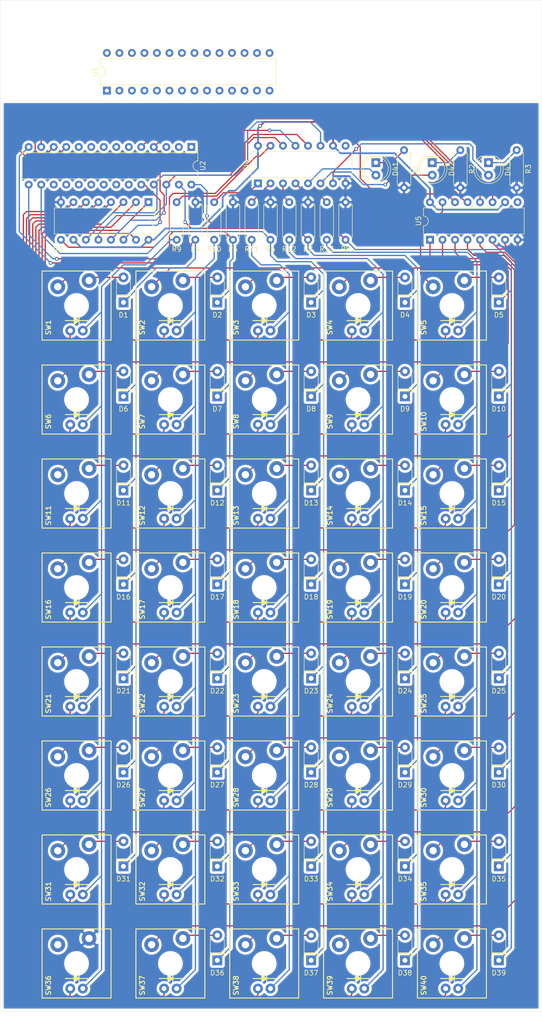
<source format=kicad_pcb>
(kicad_pcb (version 20171130) (host pcbnew 5.1.6-c6e7f7d~87~ubuntu18.04.1)
  (layers (0 F.Cu signal) (31 B.Cu signal) (34 B.Paste user) (35 F.Paste user) (36 B.SilkS user) (37 F.SilkS user) (38 B.Mask user) (39 F.Mask user) (44 Edge.Cuts user))
  (net 0 "")
  (net 1 "Net-(D1-Pad2)")
  (net 2 /Keyboard/KBD_COL_1)
  (net 3 "Net-(D2-Pad2)")
  (net 4 /Keyboard/KBD_COL_2)
  (net 5 "Net-(D3-Pad2)")
  (net 6 /Keyboard/KBD_COL_3)
  (net 7 "Net-(D4-Pad2)")
  (net 8 /Keyboard/KBD_COL_4)
  (net 9 "Net-(D5-Pad2)")
  (net 10 /Keyboard/KBD_COL_5)
  (net 11 "Net-(D6-Pad2)")
  (net 12 "Net-(D7-Pad2)")
  (net 13 "Net-(D8-Pad2)")
  (net 14 "Net-(D9-Pad2)")
  (net 15 "Net-(D10-Pad2)")
  (net 16 "Net-(D11-Pad2)")
  (net 17 "Net-(D12-Pad2)")
  (net 18 "Net-(D13-Pad2)")
  (net 19 "Net-(D14-Pad2)")
  (net 20 "Net-(D15-Pad2)")
  (net 21 "Net-(D16-Pad2)")
  (net 22 "Net-(D17-Pad2)")
  (net 23 "Net-(D18-Pad2)")
  (net 24 "Net-(D19-Pad2)")
  (net 25 "Net-(D20-Pad2)")
  (net 26 "Net-(D21-Pad2)")
  (net 27 "Net-(D22-Pad2)")
  (net 28 "Net-(D23-Pad2)")
  (net 29 "Net-(D24-Pad2)")
  (net 30 "Net-(D25-Pad2)")
  (net 31 "Net-(D26-Pad2)")
  (net 32 "Net-(D27-Pad2)")
  (net 33 "Net-(D28-Pad2)")
  (net 34 "Net-(D29-Pad2)")
  (net 35 "Net-(D30-Pad2)")
  (net 36 "Net-(D31-Pad2)")
  (net 37 "Net-(D32-Pad2)")
  (net 38 "Net-(D33-Pad2)")
  (net 39 "Net-(D34-Pad2)")
  (net 40 "Net-(D35-Pad2)")
  (net 41 "Net-(D36-Pad2)")
  (net 42 "Net-(D37-Pad2)")
  (net 43 "Net-(D38-Pad2)")
  (net 44 "Net-(D39-Pad2)")
  (net 45 "Net-(D41-Pad2)")
  (net 46 "Net-(D42-Pad2)")
  (net 47 GND)
  (net 48 /Keyboard/LED_COL_1)
  (net 49 "Net-(R9-Pad1)")
  (net 50 /Keyboard/LED_COL_2)
  (net 51 "Net-(R10-Pad1)")
  (net 52 /Keyboard/LED_COL_3)
  (net 53 "Net-(R11-Pad1)")
  (net 54 /Keyboard/LED_COL_4)
  (net 55 "Net-(R12-Pad1)")
  (net 56 /Keyboard/LED_COL_5)
  (net 57 "Net-(R13-Pad1)")
  (net 58 /Keyboard/LED_ROW_1)
  (net 59 /Keyboard/KBD_ROW_1)
  (net 60 /Keyboard/LED_ROW_2)
  (net 61 /Keyboard/KBD_ROW_2)
  (net 62 /Keyboard/LED_ROW_3)
  (net 63 /Keyboard/KBD_ROW_3)
  (net 64 /Keyboard/LED_ROW_4)
  (net 65 /Keyboard/KBD_ROW_4)
  (net 66 /Keyboard/LED_ROW_5)
  (net 67 /Keyboard/KBD_ROW_5)
  (net 68 /Keyboard/LED_ROW_6)
  (net 69 /Keyboard/KBD_ROW_6)
  (net 70 /Keyboard/LED_ROW_7)
  (net 71 /Keyboard/KBD_ROW_7)
  (net 72 /Keyboard/LED_ROW_8)
  (net 73 /Keyboard/KBD_FN_KEY)
  (net 74 /Keyboard/KBD_ROW_8)
  (net 75 "Net-(U1-Pad28)")
  (net 76 "Net-(U1-Pad14)")
  (net 77 "Net-(U1-Pad27)")
  (net 78 "Net-(U1-Pad13)")
  (net 79 "Net-(U1-Pad26)")
  (net 80 "Net-(U1-Pad12)")
  (net 81 "Net-(U1-Pad25)")
  (net 82 "Net-(U1-Pad11)")
  (net 83 "Net-(U1-Pad24)")
  (net 84 "Net-(U1-Pad10)")
  (net 85 "Net-(U1-Pad23)")
  (net 86 "Net-(U1-Pad9)")
  (net 87 "Net-(U1-Pad22)")
  (net 88 "Net-(U1-Pad21)")
  (net 89 "Net-(U1-Pad7)")
  (net 90 "Net-(U1-Pad20)")
  (net 91 "Net-(U1-Pad19)")
  (net 92 "Net-(U1-Pad5)")
  (net 93 "Net-(U1-Pad18)")
  (net 94 "Net-(U1-Pad4)")
  (net 95 "Net-(U1-Pad17)")
  (net 96 "Net-(U1-Pad16)")
  (net 97 "Net-(U1-Pad15)")
  (net 98 "Net-(U1-Pad1)")
  (net 99 "Net-(U2-Pad22)")
  (net 100 "Net-(U2-Pad21)")
  (net 101 "Net-(U2-Pad7)")
  (net 102 "Net-(U2-Pad20)")
  (net 103 +5V)
  (net 104 /Keyboard/LED_SHIFT_DATA)
  (net 105 /Keyboard/LED_SHIFT_OE)
  (net 106 /Keyboard/LED_SHIFT_LATCH)
  (net 107 /Keyboard/LED_SHIFT_CLK)
  (net 108 "Net-(U3-Pad9)")
  (net 109 "Net-(U4-Pad9)")
  (net 110 /Keyboard/KBD_SHIFT_DATA)
  (net 111 /Keyboard/KBD_SHIFT_OE)
  (net 112 /Keyboard/KBD_SHIFT_LATCH)
  (net 113 /Keyboard/KBD_SHIFT_CLK)
  (net 114 "Net-(U5-Pad9)")
  (net 115 "Net-(D41-Pad1)")
  (net 116 "Net-(D42-Pad1)")
  (net 117 "Net-(D43-Pad2)")
  (net 118 "Net-(D43-Pad1)")
  (net 119 /MMI_USART_CLK)
  (net 120 /MMI_USART_RXD)
  (net 121 /MMI_USART_TXD)
  (net 122 /MMI_XTAL2)
  (net 123 /MMI_XTAL1)
  (net 124 /MMI_ICSP_SCK)
  (net 125 /MMI_ICSP_MISO)
  (net 126 /MMI_ICSP_MOSI)
  (net 127 /MMI_RESET)
  (module cherry_switches:cherry_mx_switch_with_led (layer F.Cu) (at 98.615 56.905)
    (fp_text reference SW3 (at -5.715 4.445 270) (layer F.SilkS) (effects (font (thickness 0.2))))
    (fp_text value cheery_mx_switch_led)
    (pad 4 thru_hole circle (at 1.27 5.08) (size 2 2) (drill 1) (layers *.Cu *.Mask) (net 53 "Net-(R11-Pad1)"))
    (pad 3 thru_hole circle (at -1.27 5.08) (size 2 2) (drill 1) (layers *.Cu *.Mask) (net 58 /Keyboard/LED_ROW_1))
    (pad 1 thru_hole circle (at -3.81 -3.81) (size 3 3) (drill 1.5) (layers *.Cu *.Mask) (net 59 /Keyboard/KBD_ROW_1))
    (pad 2 thru_hole circle (at 2.54 -5.08) (size 3 3) (drill 1.5) (layers *.Cu *.Mask) (net 5 "Net-(D3-Pad2)"))
    (pad "" np_thru_hole circle (at 0 0) (size 4 4) (drill 4) (layers *.Cu *.Mask))
  )
  (module stm_sbc_parts:diode_tht_p5.08mm_horizontal_side_lbl (layer F.Cu) (at 146.24 189.62 90)
    (fp_text reference D39 (at -2.54 0 180) (layer F.SilkS))
    (fp_text value 1N4148)
    (pad 1 thru_hole rect (at 0 0 90) (size 2 2) (drill 1) (layers *.Cu *.Mask) (net 10 /Keyboard/KBD_COL_5))
    (pad 2 thru_hole oval (at 5.08 0 90) (size 2 2) (drill 1) (layers *.Cu *.Mask) (net 44 "Net-(D39-Pad2)"))
  )
  (module stm_sbc_parts:diode_tht_p5.08mm_horizontal_side_lbl (layer F.Cu) (at 127.19 189.62 90)
    (fp_text reference D38 (at -2.54 0 180) (layer F.SilkS))
    (fp_text value 1N4148)
    (pad 1 thru_hole rect (at 0 0 90) (size 2 2) (drill 1) (layers *.Cu *.Mask) (net 8 /Keyboard/KBD_COL_4))
    (pad 2 thru_hole oval (at 5.08 0 90) (size 2 2) (drill 1) (layers *.Cu *.Mask) (net 43 "Net-(D38-Pad2)"))
  )
  (module stm_sbc_parts:diode_tht_p5.08mm_horizontal_side_lbl (layer F.Cu) (at 108.14 189.62 90)
    (fp_text reference D37 (at -2.54 0 180) (layer F.SilkS))
    (fp_text value 1N4148)
    (pad 1 thru_hole rect (at 0 0 90) (size 2 2) (drill 1) (layers *.Cu *.Mask) (net 6 /Keyboard/KBD_COL_3))
    (pad 2 thru_hole oval (at 5.08 0 90) (size 2 2) (drill 1) (layers *.Cu *.Mask) (net 42 "Net-(D37-Pad2)"))
  )
  (module stm_sbc_parts:diode_tht_p5.08mm_horizontal_side_lbl (layer F.Cu) (at 89.09 189.62 90)
    (fp_text reference D36 (at -2.54 0 180) (layer F.SilkS))
    (fp_text value 1N4148)
    (pad 1 thru_hole rect (at 0 0 90) (size 2 2) (drill 1) (layers *.Cu *.Mask) (net 4 /Keyboard/KBD_COL_2))
    (pad 2 thru_hole oval (at 5.08 0 90) (size 2 2) (drill 1) (layers *.Cu *.Mask) (net 41 "Net-(D36-Pad2)"))
  )
  (module stm_sbc_parts:diode_tht_p5.08mm_horizontal_side_lbl (layer F.Cu) (at 146.24 170.57 90)
    (fp_text reference D35 (at -2.54 0 180) (layer F.SilkS))
    (fp_text value 1N4148)
    (pad 1 thru_hole rect (at 0 0 90) (size 2 2) (drill 1) (layers *.Cu *.Mask) (net 10 /Keyboard/KBD_COL_5))
    (pad 2 thru_hole oval (at 5.08 0 90) (size 2 2) (drill 1) (layers *.Cu *.Mask) (net 40 "Net-(D35-Pad2)"))
  )
  (module stm_sbc_parts:diode_tht_p5.08mm_horizontal_side_lbl (layer F.Cu) (at 127.19 170.57 90)
    (fp_text reference D34 (at -2.54 0 180) (layer F.SilkS))
    (fp_text value 1N4148)
    (pad 1 thru_hole rect (at 0 0 90) (size 2 2) (drill 1) (layers *.Cu *.Mask) (net 8 /Keyboard/KBD_COL_4))
    (pad 2 thru_hole oval (at 5.08 0 90) (size 2 2) (drill 1) (layers *.Cu *.Mask) (net 39 "Net-(D34-Pad2)"))
  )
  (module stm_sbc_parts:diode_tht_p5.08mm_horizontal_side_lbl (layer F.Cu) (at 108.14 170.57 90)
    (fp_text reference D33 (at -2.54 0 180) (layer F.SilkS))
    (fp_text value 1N4148)
    (pad 1 thru_hole rect (at 0 0 90) (size 2 2) (drill 1) (layers *.Cu *.Mask) (net 6 /Keyboard/KBD_COL_3))
    (pad 2 thru_hole oval (at 5.08 0 90) (size 2 2) (drill 1) (layers *.Cu *.Mask) (net 38 "Net-(D33-Pad2)"))
  )
  (module stm_sbc_parts:diode_tht_p5.08mm_horizontal_side_lbl (layer F.Cu) (at 89.09 170.57 90)
    (fp_text reference D32 (at -2.54 0 180) (layer F.SilkS))
    (fp_text value 1N4148)
    (pad 1 thru_hole rect (at 0 0 90) (size 2 2) (drill 1) (layers *.Cu *.Mask) (net 4 /Keyboard/KBD_COL_2))
    (pad 2 thru_hole oval (at 5.08 0 90) (size 2 2) (drill 1) (layers *.Cu *.Mask) (net 37 "Net-(D32-Pad2)"))
  )
  (module stm_sbc_parts:diode_tht_p5.08mm_horizontal_side_lbl (layer F.Cu) (at 70.04 170.57 90)
    (fp_text reference D31 (at -2.54 0 180) (layer F.SilkS))
    (fp_text value 1N4148)
    (pad 1 thru_hole rect (at 0 0 90) (size 2 2) (drill 1) (layers *.Cu *.Mask) (net 2 /Keyboard/KBD_COL_1))
    (pad 2 thru_hole oval (at 5.08 0 90) (size 2 2) (drill 1) (layers *.Cu *.Mask) (net 36 "Net-(D31-Pad2)"))
  )
  (module stm_sbc_parts:diode_tht_p5.08mm_horizontal_side_lbl (layer F.Cu) (at 146.24 151.52 90)
    (fp_text reference D30 (at -2.54 0 180) (layer F.SilkS))
    (fp_text value 1N4148)
    (pad 1 thru_hole rect (at 0 0 90) (size 2 2) (drill 1) (layers *.Cu *.Mask) (net 10 /Keyboard/KBD_COL_5))
    (pad 2 thru_hole oval (at 5.08 0 90) (size 2 2) (drill 1) (layers *.Cu *.Mask) (net 35 "Net-(D30-Pad2)"))
  )
  (module stm_sbc_parts:diode_tht_p5.08mm_horizontal_side_lbl (layer F.Cu) (at 127.19 151.52 90)
    (fp_text reference D29 (at -2.54 0 180) (layer F.SilkS))
    (fp_text value 1N4148)
    (pad 1 thru_hole rect (at 0 0 90) (size 2 2) (drill 1) (layers *.Cu *.Mask) (net 8 /Keyboard/KBD_COL_4))
    (pad 2 thru_hole oval (at 5.08 0 90) (size 2 2) (drill 1) (layers *.Cu *.Mask) (net 34 "Net-(D29-Pad2)"))
  )
  (module stm_sbc_parts:diode_tht_p5.08mm_horizontal_side_lbl (layer F.Cu) (at 108.14 151.52 90)
    (fp_text reference D28 (at -2.54 0 180) (layer F.SilkS))
    (fp_text value 1N4148)
    (pad 1 thru_hole rect (at 0 0 90) (size 2 2) (drill 1) (layers *.Cu *.Mask) (net 6 /Keyboard/KBD_COL_3))
    (pad 2 thru_hole oval (at 5.08 0 90) (size 2 2) (drill 1) (layers *.Cu *.Mask) (net 33 "Net-(D28-Pad2)"))
  )
  (module stm_sbc_parts:diode_tht_p5.08mm_horizontal_side_lbl (layer F.Cu) (at 89.09 151.52 90)
    (fp_text reference D27 (at -2.54 0 180) (layer F.SilkS))
    (fp_text value 1N4148)
    (pad 1 thru_hole rect (at 0 0 90) (size 2 2) (drill 1) (layers *.Cu *.Mask) (net 4 /Keyboard/KBD_COL_2))
    (pad 2 thru_hole oval (at 5.08 0 90) (size 2 2) (drill 1) (layers *.Cu *.Mask) (net 32 "Net-(D27-Pad2)"))
  )
  (module stm_sbc_parts:diode_tht_p5.08mm_horizontal_side_lbl (layer F.Cu) (at 70.04 151.52 90)
    (fp_text reference D26 (at -2.54 0 180) (layer F.SilkS))
    (fp_text value 1N4148)
    (pad 1 thru_hole rect (at 0 0 90) (size 2 2) (drill 1) (layers *.Cu *.Mask) (net 2 /Keyboard/KBD_COL_1))
    (pad 2 thru_hole oval (at 5.08 0 90) (size 2 2) (drill 1) (layers *.Cu *.Mask) (net 31 "Net-(D26-Pad2)"))
  )
  (module stm_sbc_parts:diode_tht_p5.08mm_horizontal_side_lbl (layer F.Cu) (at 146.24 132.47 90)
    (fp_text reference D25 (at -2.54 0 180) (layer F.SilkS))
    (fp_text value 1N4148)
    (pad 1 thru_hole rect (at 0 0 90) (size 2 2) (drill 1) (layers *.Cu *.Mask) (net 10 /Keyboard/KBD_COL_5))
    (pad 2 thru_hole oval (at 5.08 0 90) (size 2 2) (drill 1) (layers *.Cu *.Mask) (net 30 "Net-(D25-Pad2)"))
  )
  (module stm_sbc_parts:diode_tht_p5.08mm_horizontal_side_lbl (layer F.Cu) (at 127.19 132.47 90)
    (fp_text reference D24 (at -2.54 0 180) (layer F.SilkS))
    (fp_text value 1N4148)
    (pad 1 thru_hole rect (at 0 0 90) (size 2 2) (drill 1) (layers *.Cu *.Mask) (net 8 /Keyboard/KBD_COL_4))
    (pad 2 thru_hole oval (at 5.08 0 90) (size 2 2) (drill 1) (layers *.Cu *.Mask) (net 29 "Net-(D24-Pad2)"))
  )
  (module stm_sbc_parts:diode_tht_p5.08mm_horizontal_side_lbl (layer F.Cu) (at 108.14 132.47 90)
    (fp_text reference D23 (at -2.54 0 180) (layer F.SilkS))
    (fp_text value 1N4148)
    (pad 1 thru_hole rect (at 0 0 90) (size 2 2) (drill 1) (layers *.Cu *.Mask) (net 6 /Keyboard/KBD_COL_3))
    (pad 2 thru_hole oval (at 5.08 0 90) (size 2 2) (drill 1) (layers *.Cu *.Mask) (net 28 "Net-(D23-Pad2)"))
  )
  (module stm_sbc_parts:diode_tht_p5.08mm_horizontal_side_lbl (layer F.Cu) (at 89.09 132.47 90)
    (fp_text reference D22 (at -2.54 0 180) (layer F.SilkS))
    (fp_text value 1N4148)
    (pad 1 thru_hole rect (at 0 0 90) (size 2 2) (drill 1) (layers *.Cu *.Mask) (net 4 /Keyboard/KBD_COL_2))
    (pad 2 thru_hole oval (at 5.08 0 90) (size 2 2) (drill 1) (layers *.Cu *.Mask) (net 27 "Net-(D22-Pad2)"))
  )
  (module stm_sbc_parts:diode_tht_p5.08mm_horizontal_side_lbl (layer F.Cu) (at 70.04 132.47 90)
    (fp_text reference D21 (at -2.54 0 180) (layer F.SilkS))
    (fp_text value 1N4148)
    (pad 1 thru_hole rect (at 0 0 90) (size 2 2) (drill 1) (layers *.Cu *.Mask) (net 2 /Keyboard/KBD_COL_1))
    (pad 2 thru_hole oval (at 5.08 0 90) (size 2 2) (drill 1) (layers *.Cu *.Mask) (net 26 "Net-(D21-Pad2)"))
  )
  (module stm_sbc_parts:diode_tht_p5.08mm_horizontal_side_lbl (layer F.Cu) (at 146.24 113.42 90)
    (fp_text reference D20 (at -2.54 0 180) (layer F.SilkS))
    (fp_text value 1N4148)
    (pad 1 thru_hole rect (at 0 0 90) (size 2 2) (drill 1) (layers *.Cu *.Mask) (net 10 /Keyboard/KBD_COL_5))
    (pad 2 thru_hole oval (at 5.08 0 90) (size 2 2) (drill 1) (layers *.Cu *.Mask) (net 25 "Net-(D20-Pad2)"))
  )
  (module stm_sbc_parts:diode_tht_p5.08mm_horizontal_side_lbl (layer F.Cu) (at 127.19 113.42 90)
    (fp_text reference D19 (at -2.54 0 180) (layer F.SilkS))
    (fp_text value 1N4148)
    (pad 1 thru_hole rect (at 0 0 90) (size 2 2) (drill 1) (layers *.Cu *.Mask) (net 8 /Keyboard/KBD_COL_4))
    (pad 2 thru_hole oval (at 5.08 0 90) (size 2 2) (drill 1) (layers *.Cu *.Mask) (net 24 "Net-(D19-Pad2)"))
  )
  (module stm_sbc_parts:diode_tht_p5.08mm_horizontal_side_lbl (layer F.Cu) (at 108.14 113.42 90)
    (fp_text reference D18 (at -2.54 0 180) (layer F.SilkS))
    (fp_text value 1N4148)
    (pad 1 thru_hole rect (at 0 0 90) (size 2 2) (drill 1) (layers *.Cu *.Mask) (net 6 /Keyboard/KBD_COL_3))
    (pad 2 thru_hole oval (at 5.08 0 90) (size 2 2) (drill 1) (layers *.Cu *.Mask) (net 23 "Net-(D18-Pad2)"))
  )
  (module stm_sbc_parts:diode_tht_p5.08mm_horizontal_side_lbl (layer F.Cu) (at 89.09 113.42 90)
    (fp_text reference D17 (at -2.54 0 180) (layer F.SilkS))
    (fp_text value 1N4148)
    (pad 1 thru_hole rect (at 0 0 90) (size 2 2) (drill 1) (layers *.Cu *.Mask) (net 4 /Keyboard/KBD_COL_2))
    (pad 2 thru_hole oval (at 5.08 0 90) (size 2 2) (drill 1) (layers *.Cu *.Mask) (net 22 "Net-(D17-Pad2)"))
  )
  (module stm_sbc_parts:diode_tht_p5.08mm_horizontal_side_lbl (layer F.Cu) (at 70.04 113.42 90)
    (fp_text reference D16 (at -2.54 0 180) (layer F.SilkS))
    (fp_text value 1N4148)
    (pad 1 thru_hole rect (at 0 0 90) (size 2 2) (drill 1) (layers *.Cu *.Mask) (net 2 /Keyboard/KBD_COL_1))
    (pad 2 thru_hole oval (at 5.08 0 90) (size 2 2) (drill 1) (layers *.Cu *.Mask) (net 21 "Net-(D16-Pad2)"))
  )
  (module stm_sbc_parts:diode_tht_p5.08mm_horizontal_side_lbl (layer F.Cu) (at 146.24 94.37 90)
    (fp_text reference D15 (at -2.54 0 180) (layer F.SilkS))
    (fp_text value 1N4148)
    (pad 1 thru_hole rect (at 0 0 90) (size 2 2) (drill 1) (layers *.Cu *.Mask) (net 10 /Keyboard/KBD_COL_5))
    (pad 2 thru_hole oval (at 5.08 0 90) (size 2 2) (drill 1) (layers *.Cu *.Mask) (net 20 "Net-(D15-Pad2)"))
  )
  (module stm_sbc_parts:diode_tht_p5.08mm_horizontal_side_lbl (layer F.Cu) (at 127.19 94.37 90)
    (fp_text reference D14 (at -2.54 0 180) (layer F.SilkS))
    (fp_text value 1N4148)
    (pad 1 thru_hole rect (at 0 0 90) (size 2 2) (drill 1) (layers *.Cu *.Mask) (net 8 /Keyboard/KBD_COL_4))
    (pad 2 thru_hole oval (at 5.08 0 90) (size 2 2) (drill 1) (layers *.Cu *.Mask) (net 19 "Net-(D14-Pad2)"))
  )
  (module stm_sbc_parts:diode_tht_p5.08mm_horizontal_side_lbl (layer F.Cu) (at 108.14 94.37 90)
    (fp_text reference D13 (at -2.54 0 180) (layer F.SilkS))
    (fp_text value 1N4148)
    (pad 1 thru_hole rect (at 0 0 90) (size 2 2) (drill 1) (layers *.Cu *.Mask) (net 6 /Keyboard/KBD_COL_3))
    (pad 2 thru_hole oval (at 5.08 0 90) (size 2 2) (drill 1) (layers *.Cu *.Mask) (net 18 "Net-(D13-Pad2)"))
  )
  (module stm_sbc_parts:diode_tht_p5.08mm_horizontal_side_lbl (layer F.Cu) (at 89.09 94.37 90)
    (fp_text reference D12 (at -2.54 0 180) (layer F.SilkS))
    (fp_text value 1N4148)
    (pad 1 thru_hole rect (at 0 0 90) (size 2 2) (drill 1) (layers *.Cu *.Mask) (net 4 /Keyboard/KBD_COL_2))
    (pad 2 thru_hole oval (at 5.08 0 90) (size 2 2) (drill 1) (layers *.Cu *.Mask) (net 17 "Net-(D12-Pad2)"))
  )
  (module stm_sbc_parts:diode_tht_p5.08mm_horizontal_side_lbl (layer F.Cu) (at 70.04 94.37 90)
    (fp_text reference D11 (at -2.54 0 180) (layer F.SilkS))
    (fp_text value 1N4148)
    (pad 1 thru_hole rect (at 0 0 90) (size 2 2) (drill 1) (layers *.Cu *.Mask) (net 2 /Keyboard/KBD_COL_1))
    (pad 2 thru_hole oval (at 5.08 0 90) (size 2 2) (drill 1) (layers *.Cu *.Mask) (net 16 "Net-(D11-Pad2)"))
  )
  (module stm_sbc_parts:diode_tht_p5.08mm_horizontal_side_lbl (layer F.Cu) (at 146.24 75.32 90)
    (fp_text reference D10 (at -2.54 0 180) (layer F.SilkS))
    (fp_text value 1N4148)
    (pad 1 thru_hole rect (at 0 0 90) (size 2 2) (drill 1) (layers *.Cu *.Mask) (net 10 /Keyboard/KBD_COL_5))
    (pad 2 thru_hole oval (at 5.08 0 90) (size 2 2) (drill 1) (layers *.Cu *.Mask) (net 15 "Net-(D10-Pad2)"))
  )
  (module stm_sbc_parts:diode_tht_p5.08mm_horizontal_side_lbl (layer F.Cu) (at 127.19 75.32 90)
    (fp_text reference D9 (at -2.54 0 180) (layer F.SilkS))
    (fp_text value 1N4148)
    (pad 1 thru_hole rect (at 0 0 90) (size 2 2) (drill 1) (layers *.Cu *.Mask) (net 8 /Keyboard/KBD_COL_4))
    (pad 2 thru_hole oval (at 5.08 0 90) (size 2 2) (drill 1) (layers *.Cu *.Mask) (net 14 "Net-(D9-Pad2)"))
  )
  (module stm_sbc_parts:diode_tht_p5.08mm_horizontal_side_lbl (layer F.Cu) (at 108.14 75.32 90)
    (fp_text reference D8 (at -2.54 0 180) (layer F.SilkS))
    (fp_text value 1N4148)
    (pad 1 thru_hole rect (at 0 0 90) (size 2 2) (drill 1) (layers *.Cu *.Mask) (net 6 /Keyboard/KBD_COL_3))
    (pad 2 thru_hole oval (at 5.08 0 90) (size 2 2) (drill 1) (layers *.Cu *.Mask) (net 13 "Net-(D8-Pad2)"))
  )
  (module stm_sbc_parts:diode_tht_p5.08mm_horizontal_side_lbl (layer F.Cu) (at 89.09 75.32 90)
    (fp_text reference D7 (at -2.54 0 180) (layer F.SilkS))
    (fp_text value 1N4148)
    (pad 1 thru_hole rect (at 0 0 90) (size 2 2) (drill 1) (layers *.Cu *.Mask) (net 4 /Keyboard/KBD_COL_2))
    (pad 2 thru_hole oval (at 5.08 0 90) (size 2 2) (drill 1) (layers *.Cu *.Mask) (net 12 "Net-(D7-Pad2)"))
  )
  (module stm_sbc_parts:diode_tht_p5.08mm_horizontal_side_lbl (layer F.Cu) (at 70.04 75.32 90)
    (fp_text reference D6 (at -2.54 0 180) (layer F.SilkS))
    (fp_text value 1N4148)
    (pad 1 thru_hole rect (at 0 0 90) (size 2 2) (drill 1) (layers *.Cu *.Mask) (net 2 /Keyboard/KBD_COL_1))
    (pad 2 thru_hole oval (at 5.08 0 90) (size 2 2) (drill 1) (layers *.Cu *.Mask) (net 11 "Net-(D6-Pad2)"))
  )
  (module stm_sbc_parts:diode_tht_p5.08mm_horizontal_side_lbl (layer F.Cu) (at 146.24 56.27 90)
    (fp_text reference D5 (at -2.54 0 180) (layer F.SilkS))
    (fp_text value 1N4148)
    (pad 1 thru_hole rect (at 0 0 90) (size 2 2) (drill 1) (layers *.Cu *.Mask) (net 10 /Keyboard/KBD_COL_5))
    (pad 2 thru_hole oval (at 5.08 0 90) (size 2 2) (drill 1) (layers *.Cu *.Mask) (net 9 "Net-(D5-Pad2)"))
  )
  (module stm_sbc_parts:diode_tht_p5.08mm_horizontal_side_lbl (layer F.Cu) (at 127.19 56.27 90)
    (fp_text reference D4 (at -2.54 0 180) (layer F.SilkS))
    (fp_text value 1N4148)
    (pad 1 thru_hole rect (at 0 0 90) (size 2 2) (drill 1) (layers *.Cu *.Mask) (net 8 /Keyboard/KBD_COL_4))
    (pad 2 thru_hole oval (at 5.08 0 90) (size 2 2) (drill 1) (layers *.Cu *.Mask) (net 7 "Net-(D4-Pad2)"))
  )
  (module stm_sbc_parts:diode_tht_p5.08mm_horizontal_side_lbl (layer F.Cu) (at 108.14 56.27 90)
    (fp_text reference D3 (at -2.54 0 180) (layer F.SilkS))
    (fp_text value 1N4148)
    (pad 1 thru_hole rect (at 0 0 90) (size 2 2) (drill 1) (layers *.Cu *.Mask) (net 6 /Keyboard/KBD_COL_3))
    (pad 2 thru_hole oval (at 5.08 0 90) (size 2 2) (drill 1) (layers *.Cu *.Mask) (net 5 "Net-(D3-Pad2)"))
  )
  (module stm_sbc_parts:diode_tht_p5.08mm_horizontal_side_lbl (layer F.Cu) (at 89.09 56.27 90)
    (fp_text reference D2 (at -2.54 0 180) (layer F.SilkS))
    (fp_text value 1N4148)
    (pad 1 thru_hole rect (at 0 0 90) (size 2 2) (drill 1) (layers *.Cu *.Mask) (net 4 /Keyboard/KBD_COL_2))
    (pad 2 thru_hole oval (at 5.08 0 90) (size 2 2) (drill 1) (layers *.Cu *.Mask) (net 3 "Net-(D2-Pad2)"))
  )
  (module stm_sbc_parts:diode_tht_p5.08mm_horizontal_side_lbl (layer F.Cu) (at 70.04 56.27 90)
    (fp_text reference D1 (at -2.54 0 180) (layer F.SilkS))
    (fp_text value 1N4148)
    (pad 1 thru_hole rect (at 0 0 90) (size 2 2) (drill 1) (layers *.Cu *.Mask) (net 2 /Keyboard/KBD_COL_1))
    (pad 2 thru_hole oval (at 5.08 0 90) (size 2 2) (drill 1) (layers *.Cu *.Mask) (net 1 "Net-(D1-Pad2)"))
  )
  (module cherry_switches:cherry_mx_switch_with_led (layer F.Cu) (at 60.515 190.255)
    (fp_text reference SW36 (at -5.715 4.445 270) (layer F.SilkS) (effects (font (thickness 0.2))))
    (fp_text value cheery_mx_switch_led)
    (pad 4 thru_hole circle (at 1.27 5.08) (size 2 2) (drill 1) (layers *.Cu *.Mask) (net 49 "Net-(R9-Pad1)"))
    (pad 3 thru_hole circle (at -1.27 5.08) (size 2 2) (drill 1) (layers *.Cu *.Mask) (net 72 /Keyboard/LED_ROW_8))
    (pad 1 thru_hole circle (at -3.81 -3.81) (size 3 3) (drill 1.5) (layers *.Cu *.Mask) (net 73 /Keyboard/KBD_FN_KEY))
    (pad 2 thru_hole circle (at 2.54 -5.08) (size 3 3) (drill 1.5) (layers *.Cu *.Mask) (net 47 GND))
    (pad "" np_thru_hole circle (at 0 0) (size 4 4) (drill 4) (layers *.Cu *.Mask))
  )
  (module cherry_switches:cherry_mx_switch_with_led (layer F.Cu) (at 98.615 75.955)
    (fp_text reference SW8 (at -5.715 4.445 270) (layer F.SilkS) (effects (font (thickness 0.2))))
    (fp_text value cheery_mx_switch_led)
    (pad 4 thru_hole circle (at 1.27 5.08) (size 2 2) (drill 1) (layers *.Cu *.Mask) (net 53 "Net-(R11-Pad1)"))
    (pad 3 thru_hole circle (at -1.27 5.08) (size 2 2) (drill 1) (layers *.Cu *.Mask) (net 60 /Keyboard/LED_ROW_2))
    (pad 1 thru_hole circle (at -3.81 -3.81) (size 3 3) (drill 1.5) (layers *.Cu *.Mask) (net 61 /Keyboard/KBD_ROW_2))
    (pad 2 thru_hole circle (at 2.54 -5.08) (size 3 3) (drill 1.5) (layers *.Cu *.Mask) (net 13 "Net-(D8-Pad2)"))
    (pad "" np_thru_hole circle (at 0 0) (size 4 4) (drill 4) (layers *.Cu *.Mask))
  )
  (module cherry_switches:cherry_mx_switch_with_led (layer F.Cu) (at 98.615 171.205)
    (fp_text reference SW33 (at -5.715 4.445 270) (layer F.SilkS) (effects (font (thickness 0.2))))
    (fp_text value cheery_mx_switch_led)
    (pad 4 thru_hole circle (at 1.27 5.08) (size 2 2) (drill 1) (layers *.Cu *.Mask) (net 53 "Net-(R11-Pad1)"))
    (pad 3 thru_hole circle (at -1.27 5.08) (size 2 2) (drill 1) (layers *.Cu *.Mask) (net 70 /Keyboard/LED_ROW_7))
    (pad 1 thru_hole circle (at -3.81 -3.81) (size 3 3) (drill 1.5) (layers *.Cu *.Mask) (net 71 /Keyboard/KBD_ROW_7))
    (pad 2 thru_hole circle (at 2.54 -5.08) (size 3 3) (drill 1.5) (layers *.Cu *.Mask) (net 38 "Net-(D33-Pad2)"))
    (pad "" np_thru_hole circle (at 0 0) (size 4 4) (drill 4) (layers *.Cu *.Mask))
  )
  (module cherry_switches:cherry_mx_switch_with_led (layer F.Cu) (at 117.665 56.905)
    (fp_text reference SW4 (at -5.715 4.445 270) (layer F.SilkS) (effects (font (thickness 0.2))))
    (fp_text value cheery_mx_switch_led)
    (pad 4 thru_hole circle (at 1.27 5.08) (size 2 2) (drill 1) (layers *.Cu *.Mask) (net 55 "Net-(R12-Pad1)"))
    (pad 3 thru_hole circle (at -1.27 5.08) (size 2 2) (drill 1) (layers *.Cu *.Mask) (net 58 /Keyboard/LED_ROW_1))
    (pad 1 thru_hole circle (at -3.81 -3.81) (size 3 3) (drill 1.5) (layers *.Cu *.Mask) (net 59 /Keyboard/KBD_ROW_1))
    (pad 2 thru_hole circle (at 2.54 -5.08) (size 3 3) (drill 1.5) (layers *.Cu *.Mask) (net 7 "Net-(D4-Pad2)"))
    (pad "" np_thru_hole circle (at 0 0) (size 4 4) (drill 4) (layers *.Cu *.Mask))
  )
  (module cherry_switches:cherry_mx_switch_with_led (layer F.Cu) (at 60.515 56.905)
    (fp_text reference SW1 (at -5.715 4.445 270) (layer F.SilkS) (effects (font (thickness 0.2))))
    (fp_text value cheery_mx_switch_led)
    (pad 4 thru_hole circle (at 1.27 5.08) (size 2 2) (drill 1) (layers *.Cu *.Mask) (net 49 "Net-(R9-Pad1)"))
    (pad 3 thru_hole circle (at -1.27 5.08) (size 2 2) (drill 1) (layers *.Cu *.Mask) (net 58 /Keyboard/LED_ROW_1))
    (pad 1 thru_hole circle (at -3.81 -3.81) (size 3 3) (drill 1.5) (layers *.Cu *.Mask) (net 59 /Keyboard/KBD_ROW_1))
    (pad 2 thru_hole circle (at 2.54 -5.08) (size 3 3) (drill 1.5) (layers *.Cu *.Mask) (net 1 "Net-(D1-Pad2)"))
    (pad "" np_thru_hole circle (at 0 0) (size 4 4) (drill 4) (layers *.Cu *.Mask))
  )
  (module cherry_switches:cherry_mx_switch_with_led (layer F.Cu) (at 136.715 133.105)
    (fp_text reference SW25 (at -5.715 4.445 270) (layer F.SilkS) (effects (font (thickness 0.2))))
    (fp_text value cheery_mx_switch_led)
    (pad 4 thru_hole circle (at 1.27 5.08) (size 2 2) (drill 1) (layers *.Cu *.Mask) (net 57 "Net-(R13-Pad1)"))
    (pad 3 thru_hole circle (at -1.27 5.08) (size 2 2) (drill 1) (layers *.Cu *.Mask) (net 66 /Keyboard/LED_ROW_5))
    (pad 1 thru_hole circle (at -3.81 -3.81) (size 3 3) (drill 1.5) (layers *.Cu *.Mask) (net 67 /Keyboard/KBD_ROW_5))
    (pad 2 thru_hole circle (at 2.54 -5.08) (size 3 3) (drill 1.5) (layers *.Cu *.Mask) (net 30 "Net-(D25-Pad2)"))
    (pad "" np_thru_hole circle (at 0 0) (size 4 4) (drill 4) (layers *.Cu *.Mask))
  )
  (module cherry_switches:cherry_mx_switch_with_led (layer F.Cu) (at 136.715 56.905)
    (fp_text reference SW5 (at -5.715 4.445 270) (layer F.SilkS) (effects (font (thickness 0.2))))
    (fp_text value cheery_mx_switch_led)
    (pad 4 thru_hole circle (at 1.27 5.08) (size 2 2) (drill 1) (layers *.Cu *.Mask) (net 57 "Net-(R13-Pad1)"))
    (pad 3 thru_hole circle (at -1.27 5.08) (size 2 2) (drill 1) (layers *.Cu *.Mask) (net 58 /Keyboard/LED_ROW_1))
    (pad 1 thru_hole circle (at -3.81 -3.81) (size 3 3) (drill 1.5) (layers *.Cu *.Mask) (net 59 /Keyboard/KBD_ROW_1))
    (pad 2 thru_hole circle (at 2.54 -5.08) (size 3 3) (drill 1.5) (layers *.Cu *.Mask) (net 9 "Net-(D5-Pad2)"))
    (pad "" np_thru_hole circle (at 0 0) (size 4 4) (drill 4) (layers *.Cu *.Mask))
  )
  (module Package_DIP:DIP-16_W7.62mm (layer F.Cu) (at 132.27 43.57 90)
    (fp_text reference U5 (at 3.81 -2.33 90) (layer F.SilkS))
    (fp_text value 74HC595)
    (pad 16 thru_hole oval (at 7.62 0 90) (size 1.6 1.6) (drill 0.8) (layers *.Cu *.Mask) (net 103 +5V))
    (pad 8 thru_hole oval (at 0 17.78 90) (size 1.6 1.6) (drill 0.8) (layers *.Cu *.Mask) (net 47 GND))
    (pad 15 thru_hole oval (at 7.62 2.54 90) (size 1.6 1.6) (drill 0.8) (layers *.Cu *.Mask) (net 59 /Keyboard/KBD_ROW_1))
    (pad 7 thru_hole oval (at 0 15.24 90) (size 1.6 1.6) (drill 0.8) (layers *.Cu *.Mask) (net 74 /Keyboard/KBD_ROW_8))
    (pad 14 thru_hole oval (at 7.62 5.08 90) (size 1.6 1.6) (drill 0.8) (layers *.Cu *.Mask) (net 110 /Keyboard/KBD_SHIFT_DATA))
    (pad 6 thru_hole oval (at 0 12.7 90) (size 1.6 1.6) (drill 0.8) (layers *.Cu *.Mask) (net 71 /Keyboard/KBD_ROW_7))
    (pad 13 thru_hole oval (at 7.62 7.62 90) (size 1.6 1.6) (drill 0.8) (layers *.Cu *.Mask) (net 111 /Keyboard/KBD_SHIFT_OE))
    (pad 5 thru_hole oval (at 0 10.16 90) (size 1.6 1.6) (drill 0.8) (layers *.Cu *.Mask) (net 69 /Keyboard/KBD_ROW_6))
    (pad 12 thru_hole oval (at 7.62 10.16 90) (size 1.6 1.6) (drill 0.8) (layers *.Cu *.Mask) (net 112 /Keyboard/KBD_SHIFT_LATCH))
    (pad 4 thru_hole oval (at 0 7.62 90) (size 1.6 1.6) (drill 0.8) (layers *.Cu *.Mask) (net 67 /Keyboard/KBD_ROW_5))
    (pad 11 thru_hole oval (at 7.62 12.7 90) (size 1.6 1.6) (drill 0.8) (layers *.Cu *.Mask) (net 113 /Keyboard/KBD_SHIFT_CLK))
    (pad 3 thru_hole oval (at 0 5.08 90) (size 1.6 1.6) (drill 0.8) (layers *.Cu *.Mask) (net 65 /Keyboard/KBD_ROW_4))
    (pad 10 thru_hole oval (at 7.62 15.24 90) (size 1.6 1.6) (drill 0.8) (layers *.Cu *.Mask) (net 103 +5V))
    (pad 2 thru_hole oval (at 0 2.54 90) (size 1.6 1.6) (drill 0.8) (layers *.Cu *.Mask) (net 63 /Keyboard/KBD_ROW_3))
    (pad 9 thru_hole oval (at 7.62 17.78 90) (size 1.6 1.6) (drill 0.8) (layers *.Cu *.Mask) (net 114 "Net-(U5-Pad9)"))
    (pad 1 thru_hole rect (at 0 0 90) (size 1.6 1.6) (drill 0.8) (layers *.Cu *.Mask) (net 61 /Keyboard/KBD_ROW_2))
  )
  (module Package_DIP:DIP-16_W7.62mm (layer F.Cu) (at 97.345 32.14 90)
    (fp_text reference U4 (at 3.81 -2.33 90) (layer F.SilkS))
    (fp_text value 74HC595)
    (pad 16 thru_hole oval (at 7.62 0 90) (size 1.6 1.6) (drill 0.8) (layers *.Cu *.Mask) (net 103 +5V))
    (pad 8 thru_hole oval (at 0 17.78 90) (size 1.6 1.6) (drill 0.8) (layers *.Cu *.Mask) (net 47 GND))
    (pad 15 thru_hole oval (at 7.62 2.54 90) (size 1.6 1.6) (drill 0.8) (layers *.Cu *.Mask) (net 48 /Keyboard/LED_COL_1))
    (pad 7 thru_hole oval (at 0 15.24 90) (size 1.6 1.6) (drill 0.8) (layers *.Cu *.Mask) (net 117 "Net-(D43-Pad2)"))
    (pad 14 thru_hole oval (at 7.62 5.08 90) (size 1.6 1.6) (drill 0.8) (layers *.Cu *.Mask) (net 108 "Net-(U3-Pad9)"))
    (pad 6 thru_hole oval (at 0 12.7 90) (size 1.6 1.6) (drill 0.8) (layers *.Cu *.Mask) (net 46 "Net-(D42-Pad2)"))
    (pad 13 thru_hole oval (at 7.62 7.62 90) (size 1.6 1.6) (drill 0.8) (layers *.Cu *.Mask) (net 105 /Keyboard/LED_SHIFT_OE))
    (pad 5 thru_hole oval (at 0 10.16 90) (size 1.6 1.6) (drill 0.8) (layers *.Cu *.Mask) (net 45 "Net-(D41-Pad2)"))
    (pad 12 thru_hole oval (at 7.62 10.16 90) (size 1.6 1.6) (drill 0.8) (layers *.Cu *.Mask) (net 106 /Keyboard/LED_SHIFT_LATCH))
    (pad 4 thru_hole oval (at 0 7.62 90) (size 1.6 1.6) (drill 0.8) (layers *.Cu *.Mask) (net 56 /Keyboard/LED_COL_5))
    (pad 11 thru_hole oval (at 7.62 12.7 90) (size 1.6 1.6) (drill 0.8) (layers *.Cu *.Mask) (net 107 /Keyboard/LED_SHIFT_CLK))
    (pad 3 thru_hole oval (at 0 5.08 90) (size 1.6 1.6) (drill 0.8) (layers *.Cu *.Mask) (net 54 /Keyboard/LED_COL_4))
    (pad 10 thru_hole oval (at 7.62 15.24 90) (size 1.6 1.6) (drill 0.8) (layers *.Cu *.Mask) (net 103 +5V))
    (pad 2 thru_hole oval (at 0 2.54 90) (size 1.6 1.6) (drill 0.8) (layers *.Cu *.Mask) (net 52 /Keyboard/LED_COL_3))
    (pad 9 thru_hole oval (at 7.62 17.78 90) (size 1.6 1.6) (drill 0.8) (layers *.Cu *.Mask) (net 109 "Net-(U4-Pad9)"))
    (pad 1 thru_hole rect (at 0 0 90) (size 1.6 1.6) (drill 0.8) (layers *.Cu *.Mask) (net 50 /Keyboard/LED_COL_2))
  )
  (module Package_DIP:DIP-16_W7.62mm (layer F.Cu) (at 75.12 35.95 270)
    (fp_text reference U3 (at 9.525 18.415 180) (layer F.SilkS))
    (fp_text value 74HC595)
    (pad 16 thru_hole oval (at 7.62 0 270) (size 1.6 1.6) (drill 0.8) (layers *.Cu *.Mask) (net 103 +5V))
    (pad 8 thru_hole oval (at 0 17.78 270) (size 1.6 1.6) (drill 0.8) (layers *.Cu *.Mask) (net 47 GND))
    (pad 15 thru_hole oval (at 7.62 2.54 270) (size 1.6 1.6) (drill 0.8) (layers *.Cu *.Mask) (net 58 /Keyboard/LED_ROW_1))
    (pad 7 thru_hole oval (at 0 15.24 270) (size 1.6 1.6) (drill 0.8) (layers *.Cu *.Mask) (net 72 /Keyboard/LED_ROW_8))
    (pad 14 thru_hole oval (at 7.62 5.08 270) (size 1.6 1.6) (drill 0.8) (layers *.Cu *.Mask) (net 104 /Keyboard/LED_SHIFT_DATA))
    (pad 6 thru_hole oval (at 0 12.7 270) (size 1.6 1.6) (drill 0.8) (layers *.Cu *.Mask) (net 70 /Keyboard/LED_ROW_7))
    (pad 13 thru_hole oval (at 7.62 7.62 270) (size 1.6 1.6) (drill 0.8) (layers *.Cu *.Mask) (net 105 /Keyboard/LED_SHIFT_OE))
    (pad 5 thru_hole oval (at 0 10.16 270) (size 1.6 1.6) (drill 0.8) (layers *.Cu *.Mask) (net 68 /Keyboard/LED_ROW_6))
    (pad 12 thru_hole oval (at 7.62 10.16 270) (size 1.6 1.6) (drill 0.8) (layers *.Cu *.Mask) (net 106 /Keyboard/LED_SHIFT_LATCH))
    (pad 4 thru_hole oval (at 0 7.62 270) (size 1.6 1.6) (drill 0.8) (layers *.Cu *.Mask) (net 66 /Keyboard/LED_ROW_5))
    (pad 11 thru_hole oval (at 7.62 12.7 270) (size 1.6 1.6) (drill 0.8) (layers *.Cu *.Mask) (net 107 /Keyboard/LED_SHIFT_CLK))
    (pad 3 thru_hole oval (at 0 5.08 270) (size 1.6 1.6) (drill 0.8) (layers *.Cu *.Mask) (net 64 /Keyboard/LED_ROW_4))
    (pad 10 thru_hole oval (at 7.62 15.24 270) (size 1.6 1.6) (drill 0.8) (layers *.Cu *.Mask) (net 103 +5V))
    (pad 2 thru_hole oval (at 0 2.54 270) (size 1.6 1.6) (drill 0.8) (layers *.Cu *.Mask) (net 62 /Keyboard/LED_ROW_3))
    (pad 9 thru_hole oval (at 7.62 17.78 270) (size 1.6 1.6) (drill 0.8) (layers *.Cu *.Mask) (net 108 "Net-(U3-Pad9)"))
    (pad 1 thru_hole rect (at 0 0 270) (size 1.6 1.6) (drill 0.8) (layers *.Cu *.Mask) (net 60 /Keyboard/LED_ROW_2))
  )
  (module Package_DIP:DIP-28_W7.62mm (layer F.Cu) (at 83.82 24.765 270)
    (fp_text reference U2 (at 3.81 -2.33 90) (layer F.SilkS))
    (fp_text value ATmega328-PU)
    (pad 28 thru_hole oval (at 7.62 0 270) (size 1.6 1.6) (drill 0.8) (layers *.Cu *.Mask) (net 10 /Keyboard/KBD_COL_5))
    (pad 14 thru_hole oval (at 0 33.02 270) (size 1.6 1.6) (drill 0.8) (layers *.Cu *.Mask) (net 2 /Keyboard/KBD_COL_1))
    (pad 27 thru_hole oval (at 7.62 2.54 270) (size 1.6 1.6) (drill 0.8) (layers *.Cu *.Mask) (net 8 /Keyboard/KBD_COL_4))
    (pad 13 thru_hole oval (at 0 30.48 270) (size 1.6 1.6) (drill 0.8) (layers *.Cu *.Mask) (net 111 /Keyboard/KBD_SHIFT_OE))
    (pad 26 thru_hole oval (at 7.62 5.08 270) (size 1.6 1.6) (drill 0.8) (layers *.Cu *.Mask) (net 106 /Keyboard/LED_SHIFT_LATCH))
    (pad 12 thru_hole oval (at 0 27.94 270) (size 1.6 1.6) (drill 0.8) (layers *.Cu *.Mask) (net 112 /Keyboard/KBD_SHIFT_LATCH))
    (pad 25 thru_hole oval (at 7.62 7.62 270) (size 1.6 1.6) (drill 0.8) (layers *.Cu *.Mask) (net 107 /Keyboard/LED_SHIFT_CLK))
    (pad 11 thru_hole oval (at 0 25.4 270) (size 1.6 1.6) (drill 0.8) (layers *.Cu *.Mask) (net 113 /Keyboard/KBD_SHIFT_CLK))
    (pad 24 thru_hole oval (at 7.62 10.16 270) (size 1.6 1.6) (drill 0.8) (layers *.Cu *.Mask) (net 104 /Keyboard/LED_SHIFT_DATA))
    (pad 10 thru_hole oval (at 0 22.86 270) (size 1.6 1.6) (drill 0.8) (layers *.Cu *.Mask) (net 122 /MMI_XTAL2))
    (pad 23 thru_hole oval (at 7.62 12.7 270) (size 1.6 1.6) (drill 0.8) (layers *.Cu *.Mask) (net 73 /Keyboard/KBD_FN_KEY))
    (pad 9 thru_hole oval (at 0 20.32 270) (size 1.6 1.6) (drill 0.8) (layers *.Cu *.Mask) (net 123 /MMI_XTAL1))
    (pad 22 thru_hole oval (at 7.62 15.24 270) (size 1.6 1.6) (drill 0.8) (layers *.Cu *.Mask) (net 99 "Net-(U2-Pad22)"))
    (pad 8 thru_hole oval (at 0 17.78 270) (size 1.6 1.6) (drill 0.8) (layers *.Cu *.Mask) (net 99 "Net-(U2-Pad22)"))
    (pad 21 thru_hole oval (at 7.62 17.78 270) (size 1.6 1.6) (drill 0.8) (layers *.Cu *.Mask) (net 100 "Net-(U2-Pad21)"))
    (pad 7 thru_hole oval (at 0 15.24 270) (size 1.6 1.6) (drill 0.8) (layers *.Cu *.Mask) (net 101 "Net-(U2-Pad7)"))
    (pad 20 thru_hole oval (at 7.62 20.32 270) (size 1.6 1.6) (drill 0.8) (layers *.Cu *.Mask) (net 102 "Net-(U2-Pad20)"))
    (pad 6 thru_hole oval (at 0 12.7 270) (size 1.6 1.6) (drill 0.8) (layers *.Cu *.Mask) (net 119 /MMI_USART_CLK))
    (pad 19 thru_hole oval (at 7.62 22.86 270) (size 1.6 1.6) (drill 0.8) (layers *.Cu *.Mask) (net 124 /MMI_ICSP_SCK))
    (pad 5 thru_hole oval (at 0 10.16 270) (size 1.6 1.6) (drill 0.8) (layers *.Cu *.Mask) (net 110 /Keyboard/KBD_SHIFT_DATA))
    (pad 18 thru_hole oval (at 7.62 25.4 270) (size 1.6 1.6) (drill 0.8) (layers *.Cu *.Mask) (net 125 /MMI_ICSP_MISO))
    (pad 4 thru_hole oval (at 0 7.62 270) (size 1.6 1.6) (drill 0.8) (layers *.Cu *.Mask) (net 105 /Keyboard/LED_SHIFT_OE))
    (pad 17 thru_hole oval (at 7.62 27.94 270) (size 1.6 1.6) (drill 0.8) (layers *.Cu *.Mask) (net 126 /MMI_ICSP_MOSI))
    (pad 3 thru_hole oval (at 0 5.08 270) (size 1.6 1.6) (drill 0.8) (layers *.Cu *.Mask) (net 121 /MMI_USART_TXD))
    (pad 16 thru_hole oval (at 7.62 30.48 270) (size 1.6 1.6) (drill 0.8) (layers *.Cu *.Mask) (net 6 /Keyboard/KBD_COL_3))
    (pad 2 thru_hole oval (at 0 2.54 270) (size 1.6 1.6) (drill 0.8) (layers *.Cu *.Mask) (net 120 /MMI_USART_RXD))
    (pad 15 thru_hole oval (at 7.62 33.02 270) (size 1.6 1.6) (drill 0.8) (layers *.Cu *.Mask) (net 4 /Keyboard/KBD_COL_2))
    (pad 1 thru_hole rect (at 0 0 270) (size 1.6 1.6) (drill 0.8) (layers *.Cu *.Mask) (net 127 /MMI_RESET))
  )
  (module Package_DIP:DIP-28_W7.62mm (layer F.Cu) (at 66.675 13.335 90)
    (fp_text reference U1 (at 3.81 -2.33 90) (layer F.SilkS))
    (fp_text value ATmega328-PU)
    (pad 28 thru_hole oval (at 7.62 0 90) (size 1.6 1.6) (drill 0.8) (layers *.Cu *.Mask) (net 75 "Net-(U1-Pad28)"))
    (pad 14 thru_hole oval (at 0 33.02 90) (size 1.6 1.6) (drill 0.8) (layers *.Cu *.Mask) (net 76 "Net-(U1-Pad14)"))
    (pad 27 thru_hole oval (at 7.62 2.54 90) (size 1.6 1.6) (drill 0.8) (layers *.Cu *.Mask) (net 77 "Net-(U1-Pad27)"))
    (pad 13 thru_hole oval (at 0 30.48 90) (size 1.6 1.6) (drill 0.8) (layers *.Cu *.Mask) (net 78 "Net-(U1-Pad13)"))
    (pad 26 thru_hole oval (at 7.62 5.08 90) (size 1.6 1.6) (drill 0.8) (layers *.Cu *.Mask) (net 79 "Net-(U1-Pad26)"))
    (pad 12 thru_hole oval (at 0 27.94 90) (size 1.6 1.6) (drill 0.8) (layers *.Cu *.Mask) (net 80 "Net-(U1-Pad12)"))
    (pad 25 thru_hole oval (at 7.62 7.62 90) (size 1.6 1.6) (drill 0.8) (layers *.Cu *.Mask) (net 81 "Net-(U1-Pad25)"))
    (pad 11 thru_hole oval (at 0 25.4 90) (size 1.6 1.6) (drill 0.8) (layers *.Cu *.Mask) (net 82 "Net-(U1-Pad11)"))
    (pad 24 thru_hole oval (at 7.62 10.16 90) (size 1.6 1.6) (drill 0.8) (layers *.Cu *.Mask) (net 83 "Net-(U1-Pad24)"))
    (pad 10 thru_hole oval (at 0 22.86 90) (size 1.6 1.6) (drill 0.8) (layers *.Cu *.Mask) (net 84 "Net-(U1-Pad10)"))
    (pad 23 thru_hole oval (at 7.62 12.7 90) (size 1.6 1.6) (drill 0.8) (layers *.Cu *.Mask) (net 85 "Net-(U1-Pad23)"))
    (pad 9 thru_hole oval (at 0 20.32 90) (size 1.6 1.6) (drill 0.8) (layers *.Cu *.Mask) (net 86 "Net-(U1-Pad9)"))
    (pad 22 thru_hole oval (at 7.62 15.24 90) (size 1.6 1.6) (drill 0.8) (layers *.Cu *.Mask) (net 87 "Net-(U1-Pad22)"))
    (pad 8 thru_hole oval (at 0 17.78 90) (size 1.6 1.6) (drill 0.8) (layers *.Cu *.Mask) (net 87 "Net-(U1-Pad22)"))
    (pad 21 thru_hole oval (at 7.62 17.78 90) (size 1.6 1.6) (drill 0.8) (layers *.Cu *.Mask) (net 88 "Net-(U1-Pad21)"))
    (pad 7 thru_hole oval (at 0 15.24 90) (size 1.6 1.6) (drill 0.8) (layers *.Cu *.Mask) (net 89 "Net-(U1-Pad7)"))
    (pad 20 thru_hole oval (at 7.62 20.32 90) (size 1.6 1.6) (drill 0.8) (layers *.Cu *.Mask) (net 90 "Net-(U1-Pad20)"))
    (pad 6 thru_hole oval (at 0 12.7 90) (size 1.6 1.6) (drill 0.8) (layers *.Cu *.Mask) (net 119 /MMI_USART_CLK))
    (pad 19 thru_hole oval (at 7.62 22.86 90) (size 1.6 1.6) (drill 0.8) (layers *.Cu *.Mask) (net 91 "Net-(U1-Pad19)"))
    (pad 5 thru_hole oval (at 0 10.16 90) (size 1.6 1.6) (drill 0.8) (layers *.Cu *.Mask) (net 92 "Net-(U1-Pad5)"))
    (pad 18 thru_hole oval (at 7.62 25.4 90) (size 1.6 1.6) (drill 0.8) (layers *.Cu *.Mask) (net 93 "Net-(U1-Pad18)"))
    (pad 4 thru_hole oval (at 0 7.62 90) (size 1.6 1.6) (drill 0.8) (layers *.Cu *.Mask) (net 94 "Net-(U1-Pad4)"))
    (pad 17 thru_hole oval (at 7.62 27.94 90) (size 1.6 1.6) (drill 0.8) (layers *.Cu *.Mask) (net 95 "Net-(U1-Pad17)"))
    (pad 3 thru_hole oval (at 0 5.08 90) (size 1.6 1.6) (drill 0.8) (layers *.Cu *.Mask) (net 120 /MMI_USART_RXD))
    (pad 16 thru_hole oval (at 7.62 30.48 90) (size 1.6 1.6) (drill 0.8) (layers *.Cu *.Mask) (net 96 "Net-(U1-Pad16)"))
    (pad 2 thru_hole oval (at 0 2.54 90) (size 1.6 1.6) (drill 0.8) (layers *.Cu *.Mask) (net 121 /MMI_USART_TXD))
    (pad 15 thru_hole oval (at 7.62 33.02 90) (size 1.6 1.6) (drill 0.8) (layers *.Cu *.Mask) (net 97 "Net-(U1-Pad15)"))
    (pad 1 thru_hole rect (at 0 0 90) (size 1.6 1.6) (drill 0.8) (layers *.Cu *.Mask) (net 98 "Net-(U1-Pad1)"))
  )
  (module cherry_switches:cherry_mx_switch_with_led (layer F.Cu) (at 136.715 190.255)
    (fp_text reference SW40 (at -5.715 4.445 270) (layer F.SilkS) (effects (font (thickness 0.2))))
    (fp_text value cheery_mx_switch_led)
    (pad 4 thru_hole circle (at 1.27 5.08) (size 2 2) (drill 1) (layers *.Cu *.Mask) (net 57 "Net-(R13-Pad1)"))
    (pad 3 thru_hole circle (at -1.27 5.08) (size 2 2) (drill 1) (layers *.Cu *.Mask) (net 72 /Keyboard/LED_ROW_8))
    (pad 1 thru_hole circle (at -3.81 -3.81) (size 3 3) (drill 1.5) (layers *.Cu *.Mask) (net 74 /Keyboard/KBD_ROW_8))
    (pad 2 thru_hole circle (at 2.54 -5.08) (size 3 3) (drill 1.5) (layers *.Cu *.Mask) (net 44 "Net-(D39-Pad2)"))
    (pad "" np_thru_hole circle (at 0 0) (size 4 4) (drill 4) (layers *.Cu *.Mask))
  )
  (module cherry_switches:cherry_mx_switch_with_led (layer F.Cu) (at 117.665 190.255)
    (fp_text reference SW39 (at -5.715 4.445 270) (layer F.SilkS) (effects (font (thickness 0.2))))
    (fp_text value cheery_mx_switch_led)
    (pad 4 thru_hole circle (at 1.27 5.08) (size 2 2) (drill 1) (layers *.Cu *.Mask) (net 55 "Net-(R12-Pad1)"))
    (pad 3 thru_hole circle (at -1.27 5.08) (size 2 2) (drill 1) (layers *.Cu *.Mask) (net 72 /Keyboard/LED_ROW_8))
    (pad 1 thru_hole circle (at -3.81 -3.81) (size 3 3) (drill 1.5) (layers *.Cu *.Mask) (net 74 /Keyboard/KBD_ROW_8))
    (pad 2 thru_hole circle (at 2.54 -5.08) (size 3 3) (drill 1.5) (layers *.Cu *.Mask) (net 43 "Net-(D38-Pad2)"))
    (pad "" np_thru_hole circle (at 0 0) (size 4 4) (drill 4) (layers *.Cu *.Mask))
  )
  (module cherry_switches:cherry_mx_switch_with_led (layer F.Cu) (at 98.615 190.255)
    (fp_text reference SW38 (at -5.715 4.445 270) (layer F.SilkS) (effects (font (thickness 0.2))))
    (fp_text value cheery_mx_switch_led)
    (pad 4 thru_hole circle (at 1.27 5.08) (size 2 2) (drill 1) (layers *.Cu *.Mask) (net 53 "Net-(R11-Pad1)"))
    (pad 3 thru_hole circle (at -1.27 5.08) (size 2 2) (drill 1) (layers *.Cu *.Mask) (net 72 /Keyboard/LED_ROW_8))
    (pad 1 thru_hole circle (at -3.81 -3.81) (size 3 3) (drill 1.5) (layers *.Cu *.Mask) (net 74 /Keyboard/KBD_ROW_8))
    (pad 2 thru_hole circle (at 2.54 -5.08) (size 3 3) (drill 1.5) (layers *.Cu *.Mask) (net 42 "Net-(D37-Pad2)"))
    (pad "" np_thru_hole circle (at 0 0) (size 4 4) (drill 4) (layers *.Cu *.Mask))
  )
  (module cherry_switches:cherry_mx_switch_with_led (layer F.Cu) (at 79.565 190.255)
    (fp_text reference SW37 (at -5.715 4.445 270) (layer F.SilkS) (effects (font (thickness 0.2))))
    (fp_text value cheery_mx_switch_led)
    (pad 4 thru_hole circle (at 1.27 5.08) (size 2 2) (drill 1) (layers *.Cu *.Mask) (net 51 "Net-(R10-Pad1)"))
    (pad 3 thru_hole circle (at -1.27 5.08) (size 2 2) (drill 1) (layers *.Cu *.Mask) (net 72 /Keyboard/LED_ROW_8))
    (pad 1 thru_hole circle (at -3.81 -3.81) (size 3 3) (drill 1.5) (layers *.Cu *.Mask) (net 74 /Keyboard/KBD_ROW_8))
    (pad 2 thru_hole circle (at 2.54 -5.08) (size 3 3) (drill 1.5) (layers *.Cu *.Mask) (net 41 "Net-(D36-Pad2)"))
    (pad "" np_thru_hole circle (at 0 0) (size 4 4) (drill 4) (layers *.Cu *.Mask))
  )
  (module cherry_switches:cherry_mx_switch_with_led (layer F.Cu) (at 136.715 171.205)
    (fp_text reference SW35 (at -5.715 4.445 270) (layer F.SilkS) (effects (font (thickness 0.2))))
    (fp_text value cheery_mx_switch_led)
    (pad 4 thru_hole circle (at 1.27 5.08) (size 2 2) (drill 1) (layers *.Cu *.Mask) (net 57 "Net-(R13-Pad1)"))
    (pad 3 thru_hole circle (at -1.27 5.08) (size 2 2) (drill 1) (layers *.Cu *.Mask) (net 70 /Keyboard/LED_ROW_7))
    (pad 1 thru_hole circle (at -3.81 -3.81) (size 3 3) (drill 1.5) (layers *.Cu *.Mask) (net 71 /Keyboard/KBD_ROW_7))
    (pad 2 thru_hole circle (at 2.54 -5.08) (size 3 3) (drill 1.5) (layers *.Cu *.Mask) (net 40 "Net-(D35-Pad2)"))
    (pad "" np_thru_hole circle (at 0 0) (size 4 4) (drill 4) (layers *.Cu *.Mask))
  )
  (module cherry_switches:cherry_mx_switch_with_led (layer F.Cu) (at 117.665 171.205)
    (fp_text reference SW34 (at -5.715 4.445 270) (layer F.SilkS) (effects (font (thickness 0.2))))
    (fp_text value cheery_mx_switch_led)
    (pad 4 thru_hole circle (at 1.27 5.08) (size 2 2) (drill 1) (layers *.Cu *.Mask) (net 55 "Net-(R12-Pad1)"))
    (pad 3 thru_hole circle (at -1.27 5.08) (size 2 2) (drill 1) (layers *.Cu *.Mask) (net 70 /Keyboard/LED_ROW_7))
    (pad 1 thru_hole circle (at -3.81 -3.81) (size 3 3) (drill 1.5) (layers *.Cu *.Mask) (net 71 /Keyboard/KBD_ROW_7))
    (pad 2 thru_hole circle (at 2.54 -5.08) (size 3 3) (drill 1.5) (layers *.Cu *.Mask) (net 39 "Net-(D34-Pad2)"))
    (pad "" np_thru_hole circle (at 0 0) (size 4 4) (drill 4) (layers *.Cu *.Mask))
  )
  (module cherry_switches:cherry_mx_switch_with_led (layer F.Cu) (at 79.565 171.205)
    (fp_text reference SW32 (at -5.715 4.445 270) (layer F.SilkS) (effects (font (thickness 0.2))))
    (fp_text value cheery_mx_switch_led)
    (pad 4 thru_hole circle (at 1.27 5.08) (size 2 2) (drill 1) (layers *.Cu *.Mask) (net 51 "Net-(R10-Pad1)"))
    (pad 3 thru_hole circle (at -1.27 5.08) (size 2 2) (drill 1) (layers *.Cu *.Mask) (net 70 /Keyboard/LED_ROW_7))
    (pad 1 thru_hole circle (at -3.81 -3.81) (size 3 3) (drill 1.5) (layers *.Cu *.Mask) (net 71 /Keyboard/KBD_ROW_7))
    (pad 2 thru_hole circle (at 2.54 -5.08) (size 3 3) (drill 1.5) (layers *.Cu *.Mask) (net 37 "Net-(D32-Pad2)"))
    (pad "" np_thru_hole circle (at 0 0) (size 4 4) (drill 4) (layers *.Cu *.Mask))
  )
  (module cherry_switches:cherry_mx_switch_with_led (layer F.Cu) (at 60.515 171.205)
    (fp_text reference SW31 (at -5.715 4.445 270) (layer F.SilkS) (effects (font (thickness 0.2))))
    (fp_text value cheery_mx_switch_led)
    (pad 4 thru_hole circle (at 1.27 5.08) (size 2 2) (drill 1) (layers *.Cu *.Mask) (net 49 "Net-(R9-Pad1)"))
    (pad 3 thru_hole circle (at -1.27 5.08) (size 2 2) (drill 1) (layers *.Cu *.Mask) (net 70 /Keyboard/LED_ROW_7))
    (pad 1 thru_hole circle (at -3.81 -3.81) (size 3 3) (drill 1.5) (layers *.Cu *.Mask) (net 71 /Keyboard/KBD_ROW_7))
    (pad 2 thru_hole circle (at 2.54 -5.08) (size 3 3) (drill 1.5) (layers *.Cu *.Mask) (net 36 "Net-(D31-Pad2)"))
    (pad "" np_thru_hole circle (at 0 0) (size 4 4) (drill 4) (layers *.Cu *.Mask))
  )
  (module cherry_switches:cherry_mx_switch_with_led (layer F.Cu) (at 136.715 152.155)
    (fp_text reference SW30 (at -5.715 4.445 270) (layer F.SilkS) (effects (font (thickness 0.2))))
    (fp_text value cheery_mx_switch_led)
    (pad 4 thru_hole circle (at 1.27 5.08) (size 2 2) (drill 1) (layers *.Cu *.Mask) (net 57 "Net-(R13-Pad1)"))
    (pad 3 thru_hole circle (at -1.27 5.08) (size 2 2) (drill 1) (layers *.Cu *.Mask) (net 68 /Keyboard/LED_ROW_6))
    (pad 1 thru_hole circle (at -3.81 -3.81) (size 3 3) (drill 1.5) (layers *.Cu *.Mask) (net 69 /Keyboard/KBD_ROW_6))
    (pad 2 thru_hole circle (at 2.54 -5.08) (size 3 3) (drill 1.5) (layers *.Cu *.Mask) (net 35 "Net-(D30-Pad2)"))
    (pad "" np_thru_hole circle (at 0 0) (size 4 4) (drill 4) (layers *.Cu *.Mask))
  )
  (module cherry_switches:cherry_mx_switch_with_led (layer F.Cu) (at 117.665 152.155)
    (fp_text reference SW29 (at -5.715 4.445 270) (layer F.SilkS) (effects (font (thickness 0.2))))
    (fp_text value cheery_mx_switch_led)
    (pad 4 thru_hole circle (at 1.27 5.08) (size 2 2) (drill 1) (layers *.Cu *.Mask) (net 55 "Net-(R12-Pad1)"))
    (pad 3 thru_hole circle (at -1.27 5.08) (size 2 2) (drill 1) (layers *.Cu *.Mask) (net 68 /Keyboard/LED_ROW_6))
    (pad 1 thru_hole circle (at -3.81 -3.81) (size 3 3) (drill 1.5) (layers *.Cu *.Mask) (net 69 /Keyboard/KBD_ROW_6))
    (pad 2 thru_hole circle (at 2.54 -5.08) (size 3 3) (drill 1.5) (layers *.Cu *.Mask) (net 34 "Net-(D29-Pad2)"))
    (pad "" np_thru_hole circle (at 0 0) (size 4 4) (drill 4) (layers *.Cu *.Mask))
  )
  (module cherry_switches:cherry_mx_switch_with_led (layer F.Cu) (at 98.615 152.155)
    (fp_text reference SW28 (at -5.715 4.445 270) (layer F.SilkS) (effects (font (thickness 0.2))))
    (fp_text value cheery_mx_switch_led)
    (pad 4 thru_hole circle (at 1.27 5.08) (size 2 2) (drill 1) (layers *.Cu *.Mask) (net 53 "Net-(R11-Pad1)"))
    (pad 3 thru_hole circle (at -1.27 5.08) (size 2 2) (drill 1) (layers *.Cu *.Mask) (net 68 /Keyboard/LED_ROW_6))
    (pad 1 thru_hole circle (at -3.81 -3.81) (size 3 3) (drill 1.5) (layers *.Cu *.Mask) (net 69 /Keyboard/KBD_ROW_6))
    (pad 2 thru_hole circle (at 2.54 -5.08) (size 3 3) (drill 1.5) (layers *.Cu *.Mask) (net 33 "Net-(D28-Pad2)"))
    (pad "" np_thru_hole circle (at 0 0) (size 4 4) (drill 4) (layers *.Cu *.Mask))
  )
  (module cherry_switches:cherry_mx_switch_with_led (layer F.Cu) (at 79.565 152.155)
    (fp_text reference SW27 (at -5.715 4.445 270) (layer F.SilkS) (effects (font (thickness 0.2))))
    (fp_text value cheery_mx_switch_led)
    (pad 4 thru_hole circle (at 1.27 5.08) (size 2 2) (drill 1) (layers *.Cu *.Mask) (net 51 "Net-(R10-Pad1)"))
    (pad 3 thru_hole circle (at -1.27 5.08) (size 2 2) (drill 1) (layers *.Cu *.Mask) (net 68 /Keyboard/LED_ROW_6))
    (pad 1 thru_hole circle (at -3.81 -3.81) (size 3 3) (drill 1.5) (layers *.Cu *.Mask) (net 69 /Keyboard/KBD_ROW_6))
    (pad 2 thru_hole circle (at 2.54 -5.08) (size 3 3) (drill 1.5) (layers *.Cu *.Mask) (net 32 "Net-(D27-Pad2)"))
    (pad "" np_thru_hole circle (at 0 0) (size 4 4) (drill 4) (layers *.Cu *.Mask))
  )
  (module cherry_switches:cherry_mx_switch_with_led (layer F.Cu) (at 60.515 152.155)
    (fp_text reference SW26 (at -5.715 4.445 270) (layer F.SilkS) (effects (font (thickness 0.2))))
    (fp_text value cheery_mx_switch_led)
    (pad 4 thru_hole circle (at 1.27 5.08) (size 2 2) (drill 1) (layers *.Cu *.Mask) (net 49 "Net-(R9-Pad1)"))
    (pad 3 thru_hole circle (at -1.27 5.08) (size 2 2) (drill 1) (layers *.Cu *.Mask) (net 68 /Keyboard/LED_ROW_6))
    (pad 1 thru_hole circle (at -3.81 -3.81) (size 3 3) (drill 1.5) (layers *.Cu *.Mask) (net 69 /Keyboard/KBD_ROW_6))
    (pad 2 thru_hole circle (at 2.54 -5.08) (size 3 3) (drill 1.5) (layers *.Cu *.Mask) (net 31 "Net-(D26-Pad2)"))
    (pad "" np_thru_hole circle (at 0 0) (size 4 4) (drill 4) (layers *.Cu *.Mask))
  )
  (module cherry_switches:cherry_mx_switch_with_led (layer F.Cu) (at 117.665 133.105)
    (fp_text reference SW24 (at -5.715 4.445 270) (layer F.SilkS) (effects (font (thickness 0.2))))
    (fp_text value cheery_mx_switch_led)
    (pad 4 thru_hole circle (at 1.27 5.08) (size 2 2) (drill 1) (layers *.Cu *.Mask) (net 55 "Net-(R12-Pad1)"))
    (pad 3 thru_hole circle (at -1.27 5.08) (size 2 2) (drill 1) (layers *.Cu *.Mask) (net 66 /Keyboard/LED_ROW_5))
    (pad 1 thru_hole circle (at -3.81 -3.81) (size 3 3) (drill 1.5) (layers *.Cu *.Mask) (net 67 /Keyboard/KBD_ROW_5))
    (pad 2 thru_hole circle (at 2.54 -5.08) (size 3 3) (drill 1.5) (layers *.Cu *.Mask) (net 29 "Net-(D24-Pad2)"))
    (pad "" np_thru_hole circle (at 0 0) (size 4 4) (drill 4) (layers *.Cu *.Mask))
  )
  (module cherry_switches:cherry_mx_switch_with_led (layer F.Cu) (at 98.615 133.105)
    (fp_text reference SW23 (at -5.715 4.445 270) (layer F.SilkS) (effects (font (thickness 0.2))))
    (fp_text value cheery_mx_switch_led)
    (pad 4 thru_hole circle (at 1.27 5.08) (size 2 2) (drill 1) (layers *.Cu *.Mask) (net 53 "Net-(R11-Pad1)"))
    (pad 3 thru_hole circle (at -1.27 5.08) (size 2 2) (drill 1) (layers *.Cu *.Mask) (net 66 /Keyboard/LED_ROW_5))
    (pad 1 thru_hole circle (at -3.81 -3.81) (size 3 3) (drill 1.5) (layers *.Cu *.Mask) (net 67 /Keyboard/KBD_ROW_5))
    (pad 2 thru_hole circle (at 2.54 -5.08) (size 3 3) (drill 1.5) (layers *.Cu *.Mask) (net 28 "Net-(D23-Pad2)"))
    (pad "" np_thru_hole circle (at 0 0) (size 4 4) (drill 4) (layers *.Cu *.Mask))
  )
  (module cherry_switches:cherry_mx_switch_with_led (layer F.Cu) (at 79.565 133.105)
    (fp_text reference SW22 (at -5.715 4.445 270) (layer F.SilkS) (effects (font (thickness 0.2))))
    (fp_text value cheery_mx_switch_led)
    (pad 4 thru_hole circle (at 1.27 5.08) (size 2 2) (drill 1) (layers *.Cu *.Mask) (net 51 "Net-(R10-Pad1)"))
    (pad 3 thru_hole circle (at -1.27 5.08) (size 2 2) (drill 1) (layers *.Cu *.Mask) (net 66 /Keyboard/LED_ROW_5))
    (pad 1 thru_hole circle (at -3.81 -3.81) (size 3 3) (drill 1.5) (layers *.Cu *.Mask) (net 67 /Keyboard/KBD_ROW_5))
    (pad 2 thru_hole circle (at 2.54 -5.08) (size 3 3) (drill 1.5) (layers *.Cu *.Mask) (net 27 "Net-(D22-Pad2)"))
    (pad "" np_thru_hole circle (at 0 0) (size 4 4) (drill 4) (layers *.Cu *.Mask))
  )
  (module cherry_switches:cherry_mx_switch_with_led (layer F.Cu) (at 60.515 133.105)
    (fp_text reference SW21 (at -5.715 4.445 270) (layer F.SilkS) (effects (font (thickness 0.2))))
    (fp_text value cheery_mx_switch_led)
    (pad 4 thru_hole circle (at 1.27 5.08) (size 2 2) (drill 1) (layers *.Cu *.Mask) (net 49 "Net-(R9-Pad1)"))
    (pad 3 thru_hole circle (at -1.27 5.08) (size 2 2) (drill 1) (layers *.Cu *.Mask) (net 66 /Keyboard/LED_ROW_5))
    (pad 1 thru_hole circle (at -3.81 -3.81) (size 3 3) (drill 1.5) (layers *.Cu *.Mask) (net 67 /Keyboard/KBD_ROW_5))
    (pad 2 thru_hole circle (at 2.54 -5.08) (size 3 3) (drill 1.5) (layers *.Cu *.Mask) (net 26 "Net-(D21-Pad2)"))
    (pad "" np_thru_hole circle (at 0 0) (size 4 4) (drill 4) (layers *.Cu *.Mask))
  )
  (module cherry_switches:cherry_mx_switch_with_led (layer F.Cu) (at 136.715 114.055)
    (fp_text reference SW20 (at -5.715 4.445 270) (layer F.SilkS) (effects (font (thickness 0.2))))
    (fp_text value cheery_mx_switch_led)
    (pad 4 thru_hole circle (at 1.27 5.08) (size 2 2) (drill 1) (layers *.Cu *.Mask) (net 57 "Net-(R13-Pad1)"))
    (pad 3 thru_hole circle (at -1.27 5.08) (size 2 2) (drill 1) (layers *.Cu *.Mask) (net 64 /Keyboard/LED_ROW_4))
    (pad 1 thru_hole circle (at -3.81 -3.81) (size 3 3) (drill 1.5) (layers *.Cu *.Mask) (net 65 /Keyboard/KBD_ROW_4))
    (pad 2 thru_hole circle (at 2.54 -5.08) (size 3 3) (drill 1.5) (layers *.Cu *.Mask) (net 25 "Net-(D20-Pad2)"))
    (pad "" np_thru_hole circle (at 0 0) (size 4 4) (drill 4) (layers *.Cu *.Mask))
  )
  (module cherry_switches:cherry_mx_switch_with_led (layer F.Cu) (at 117.665 114.055)
    (fp_text reference SW19 (at -5.715 4.445 270) (layer F.SilkS) (effects (font (thickness 0.2))))
    (fp_text value cheery_mx_switch_led)
    (pad 4 thru_hole circle (at 1.27 5.08) (size 2 2) (drill 1) (layers *.Cu *.Mask) (net 55 "Net-(R12-Pad1)"))
    (pad 3 thru_hole circle (at -1.27 5.08) (size 2 2) (drill 1) (layers *.Cu *.Mask) (net 64 /Keyboard/LED_ROW_4))
    (pad 1 thru_hole circle (at -3.81 -3.81) (size 3 3) (drill 1.5) (layers *.Cu *.Mask) (net 65 /Keyboard/KBD_ROW_4))
    (pad 2 thru_hole circle (at 2.54 -5.08) (size 3 3) (drill 1.5) (layers *.Cu *.Mask) (net 24 "Net-(D19-Pad2)"))
    (pad "" np_thru_hole circle (at 0 0) (size 4 4) (drill 4) (layers *.Cu *.Mask))
  )
  (module cherry_switches:cherry_mx_switch_with_led (layer F.Cu) (at 98.615 114.055)
    (fp_text reference SW18 (at -5.715 4.445 270) (layer F.SilkS) (effects (font (thickness 0.2))))
    (fp_text value cheery_mx_switch_led)
    (pad 4 thru_hole circle (at 1.27 5.08) (size 2 2) (drill 1) (layers *.Cu *.Mask) (net 53 "Net-(R11-Pad1)"))
    (pad 3 thru_hole circle (at -1.27 5.08) (size 2 2) (drill 1) (layers *.Cu *.Mask) (net 64 /Keyboard/LED_ROW_4))
    (pad 1 thru_hole circle (at -3.81 -3.81) (size 3 3) (drill 1.5) (layers *.Cu *.Mask) (net 65 /Keyboard/KBD_ROW_4))
    (pad 2 thru_hole circle (at 2.54 -5.08) (size 3 3) (drill 1.5) (layers *.Cu *.Mask) (net 23 "Net-(D18-Pad2)"))
    (pad "" np_thru_hole circle (at 0 0) (size 4 4) (drill 4) (layers *.Cu *.Mask))
  )
  (module cherry_switches:cherry_mx_switch_with_led (layer F.Cu) (at 79.565 114.055)
    (fp_text reference SW17 (at -5.715 4.445 270) (layer F.SilkS) (effects (font (thickness 0.2))))
    (fp_text value cheery_mx_switch_led)
    (pad 4 thru_hole circle (at 1.27 5.08) (size 2 2) (drill 1) (layers *.Cu *.Mask) (net 51 "Net-(R10-Pad1)"))
    (pad 3 thru_hole circle (at -1.27 5.08) (size 2 2) (drill 1) (layers *.Cu *.Mask) (net 64 /Keyboard/LED_ROW_4))
    (pad 1 thru_hole circle (at -3.81 -3.81) (size 3 3) (drill 1.5) (layers *.Cu *.Mask) (net 65 /Keyboard/KBD_ROW_4))
    (pad 2 thru_hole circle (at 2.54 -5.08) (size 3 3) (drill 1.5) (layers *.Cu *.Mask) (net 22 "Net-(D17-Pad2)"))
    (pad "" np_thru_hole circle (at 0 0) (size 4 4) (drill 4) (layers *.Cu *.Mask))
  )
  (module cherry_switches:cherry_mx_switch_with_led (layer F.Cu) (at 60.515 114.055)
    (fp_text reference SW16 (at -5.715 4.445 270) (layer F.SilkS) (effects (font (thickness 0.2))))
    (fp_text value cheery_mx_switch_led)
    (pad 4 thru_hole circle (at 1.27 5.08) (size 2 2) (drill 1) (layers *.Cu *.Mask) (net 49 "Net-(R9-Pad1)"))
    (pad 3 thru_hole circle (at -1.27 5.08) (size 2 2) (drill 1) (layers *.Cu *.Mask) (net 64 /Keyboard/LED_ROW_4))
    (pad 1 thru_hole circle (at -3.81 -3.81) (size 3 3) (drill 1.5) (layers *.Cu *.Mask) (net 65 /Keyboard/KBD_ROW_4))
    (pad 2 thru_hole circle (at 2.54 -5.08) (size 3 3) (drill 1.5) (layers *.Cu *.Mask) (net 21 "Net-(D16-Pad2)"))
    (pad "" np_thru_hole circle (at 0 0) (size 4 4) (drill 4) (layers *.Cu *.Mask))
  )
  (module cherry_switches:cherry_mx_switch_with_led (layer F.Cu) (at 136.715 95.005)
    (fp_text reference SW15 (at -5.715 4.445 270) (layer F.SilkS) (effects (font (thickness 0.2))))
    (fp_text value cheery_mx_switch_led)
    (pad 4 thru_hole circle (at 1.27 5.08) (size 2 2) (drill 1) (layers *.Cu *.Mask) (net 57 "Net-(R13-Pad1)"))
    (pad 3 thru_hole circle (at -1.27 5.08) (size 2 2) (drill 1) (layers *.Cu *.Mask) (net 62 /Keyboard/LED_ROW_3))
    (pad 1 thru_hole circle (at -3.81 -3.81) (size 3 3) (drill 1.5) (layers *.Cu *.Mask) (net 63 /Keyboard/KBD_ROW_3))
    (pad 2 thru_hole circle (at 2.54 -5.08) (size 3 3) (drill 1.5) (layers *.Cu *.Mask) (net 20 "Net-(D15-Pad2)"))
    (pad "" np_thru_hole circle (at 0 0) (size 4 4) (drill 4) (layers *.Cu *.Mask))
  )
  (module cherry_switches:cherry_mx_switch_with_led (layer F.Cu) (at 117.665 95.005)
    (fp_text reference SW14 (at -5.715 4.445 270) (layer F.SilkS) (effects (font (thickness 0.2))))
    (fp_text value cheery_mx_switch_led)
    (pad 4 thru_hole circle (at 1.27 5.08) (size 2 2) (drill 1) (layers *.Cu *.Mask) (net 55 "Net-(R12-Pad1)"))
    (pad 3 thru_hole circle (at -1.27 5.08) (size 2 2) (drill 1) (layers *.Cu *.Mask) (net 62 /Keyboard/LED_ROW_3))
    (pad 1 thru_hole circle (at -3.81 -3.81) (size 3 3) (drill 1.5) (layers *.Cu *.Mask) (net 63 /Keyboard/KBD_ROW_3))
    (pad 2 thru_hole circle (at 2.54 -5.08) (size 3 3) (drill 1.5) (layers *.Cu *.Mask) (net 19 "Net-(D14-Pad2)"))
    (pad "" np_thru_hole circle (at 0 0) (size 4 4) (drill 4) (layers *.Cu *.Mask))
  )
  (module cherry_switches:cherry_mx_switch_with_led (layer F.Cu) (at 98.615 95.005)
    (fp_text reference SW13 (at -5.715 4.445 270) (layer F.SilkS) (effects (font (thickness 0.2))))
    (fp_text value cheery_mx_switch_led)
    (pad 4 thru_hole circle (at 1.27 5.08) (size 2 2) (drill 1) (layers *.Cu *.Mask) (net 53 "Net-(R11-Pad1)"))
    (pad 3 thru_hole circle (at -1.27 5.08) (size 2 2) (drill 1) (layers *.Cu *.Mask) (net 62 /Keyboard/LED_ROW_3))
    (pad 1 thru_hole circle (at -3.81 -3.81) (size 3 3) (drill 1.5) (layers *.Cu *.Mask) (net 63 /Keyboard/KBD_ROW_3))
    (pad 2 thru_hole circle (at 2.54 -5.08) (size 3 3) (drill 1.5) (layers *.Cu *.Mask) (net 18 "Net-(D13-Pad2)"))
    (pad "" np_thru_hole circle (at 0 0) (size 4 4) (drill 4) (layers *.Cu *.Mask))
  )
  (module cherry_switches:cherry_mx_switch_with_led (layer F.Cu) (at 79.565 95.005)
    (fp_text reference SW12 (at -5.715 4.445 270) (layer F.SilkS) (effects (font (thickness 0.2))))
    (fp_text value cheery_mx_switch_led)
    (pad 4 thru_hole circle (at 1.27 5.08) (size 2 2) (drill 1) (layers *.Cu *.Mask) (net 51 "Net-(R10-Pad1)"))
    (pad 3 thru_hole circle (at -1.27 5.08) (size 2 2) (drill 1) (layers *.Cu *.Mask) (net 62 /Keyboard/LED_ROW_3))
    (pad 1 thru_hole circle (at -3.81 -3.81) (size 3 3) (drill 1.5) (layers *.Cu *.Mask) (net 63 /Keyboard/KBD_ROW_3))
    (pad 2 thru_hole circle (at 2.54 -5.08) (size 3 3) (drill 1.5) (layers *.Cu *.Mask) (net 17 "Net-(D12-Pad2)"))
    (pad "" np_thru_hole circle (at 0 0) (size 4 4) (drill 4) (layers *.Cu *.Mask))
  )
  (module cherry_switches:cherry_mx_switch_with_led (layer F.Cu) (at 60.515 95.005)
    (fp_text reference SW11 (at -5.715 4.445 270) (layer F.SilkS) (effects (font (thickness 0.2))))
    (fp_text value cheery_mx_switch_led)
    (pad 4 thru_hole circle (at 1.27 5.08) (size 2 2) (drill 1) (layers *.Cu *.Mask) (net 49 "Net-(R9-Pad1)"))
    (pad 3 thru_hole circle (at -1.27 5.08) (size 2 2) (drill 1) (layers *.Cu *.Mask) (net 62 /Keyboard/LED_ROW_3))
    (pad 1 thru_hole circle (at -3.81 -3.81) (size 3 3) (drill 1.5) (layers *.Cu *.Mask) (net 63 /Keyboard/KBD_ROW_3))
    (pad 2 thru_hole circle (at 2.54 -5.08) (size 3 3) (drill 1.5) (layers *.Cu *.Mask) (net 16 "Net-(D11-Pad2)"))
    (pad "" np_thru_hole circle (at 0 0) (size 4 4) (drill 4) (layers *.Cu *.Mask))
  )
  (module cherry_switches:cherry_mx_switch_with_led (layer F.Cu) (at 136.715 75.955)
    (fp_text reference SW10 (at -5.715 4.445 270) (layer F.SilkS) (effects (font (thickness 0.2))))
    (fp_text value cheery_mx_switch_led)
    (pad 4 thru_hole circle (at 1.27 5.08) (size 2 2) (drill 1) (layers *.Cu *.Mask) (net 57 "Net-(R13-Pad1)"))
    (pad 3 thru_hole circle (at -1.27 5.08) (size 2 2) (drill 1) (layers *.Cu *.Mask) (net 60 /Keyboard/LED_ROW_2))
    (pad 1 thru_hole circle (at -3.81 -3.81) (size 3 3) (drill 1.5) (layers *.Cu *.Mask) (net 61 /Keyboard/KBD_ROW_2))
    (pad 2 thru_hole circle (at 2.54 -5.08) (size 3 3) (drill 1.5) (layers *.Cu *.Mask) (net 15 "Net-(D10-Pad2)"))
    (pad "" np_thru_hole circle (at 0 0) (size 4 4) (drill 4) (layers *.Cu *.Mask))
  )
  (module cherry_switches:cherry_mx_switch_with_led (layer F.Cu) (at 117.665 75.955)
    (fp_text reference SW9 (at -5.715 4.445 270) (layer F.SilkS) (effects (font (thickness 0.2))))
    (fp_text value cheery_mx_switch_led)
    (pad 4 thru_hole circle (at 1.27 5.08) (size 2 2) (drill 1) (layers *.Cu *.Mask) (net 55 "Net-(R12-Pad1)"))
    (pad 3 thru_hole circle (at -1.27 5.08) (size 2 2) (drill 1) (layers *.Cu *.Mask) (net 60 /Keyboard/LED_ROW_2))
    (pad 1 thru_hole circle (at -3.81 -3.81) (size 3 3) (drill 1.5) (layers *.Cu *.Mask) (net 61 /Keyboard/KBD_ROW_2))
    (pad 2 thru_hole circle (at 2.54 -5.08) (size 3 3) (drill 1.5) (layers *.Cu *.Mask) (net 14 "Net-(D9-Pad2)"))
    (pad "" np_thru_hole circle (at 0 0) (size 4 4) (drill 4) (layers *.Cu *.Mask))
  )
  (module cherry_switches:cherry_mx_switch_with_led (layer F.Cu) (at 79.565 75.955)
    (fp_text reference SW7 (at -5.715 4.445 270) (layer F.SilkS) (effects (font (thickness 0.2))))
    (fp_text value cheery_mx_switch_led)
    (pad 4 thru_hole circle (at 1.27 5.08) (size 2 2) (drill 1) (layers *.Cu *.Mask) (net 51 "Net-(R10-Pad1)"))
    (pad 3 thru_hole circle (at -1.27 5.08) (size 2 2) (drill 1) (layers *.Cu *.Mask) (net 60 /Keyboard/LED_ROW_2))
    (pad 1 thru_hole circle (at -3.81 -3.81) (size 3 3) (drill 1.5) (layers *.Cu *.Mask) (net 61 /Keyboard/KBD_ROW_2))
    (pad 2 thru_hole circle (at 2.54 -5.08) (size 3 3) (drill 1.5) (layers *.Cu *.Mask) (net 12 "Net-(D7-Pad2)"))
    (pad "" np_thru_hole circle (at 0 0) (size 4 4) (drill 4) (layers *.Cu *.Mask))
  )
  (module cherry_switches:cherry_mx_switch_with_led (layer F.Cu) (at 60.515 75.955)
    (fp_text reference SW6 (at -5.715 4.445 270) (layer F.SilkS) (effects (font (thickness 0.2))))
    (fp_text value cheery_mx_switch_led)
    (pad 4 thru_hole circle (at 1.27 5.08) (size 2 2) (drill 1) (layers *.Cu *.Mask) (net 49 "Net-(R9-Pad1)"))
    (pad 3 thru_hole circle (at -1.27 5.08) (size 2 2) (drill 1) (layers *.Cu *.Mask) (net 60 /Keyboard/LED_ROW_2))
    (pad 1 thru_hole circle (at -3.81 -3.81) (size 3 3) (drill 1.5) (layers *.Cu *.Mask) (net 61 /Keyboard/KBD_ROW_2))
    (pad 2 thru_hole circle (at 2.54 -5.08) (size 3 3) (drill 1.5) (layers *.Cu *.Mask) (net 11 "Net-(D6-Pad2)"))
    (pad "" np_thru_hole circle (at 0 0) (size 4 4) (drill 4) (layers *.Cu *.Mask))
  )
  (module cherry_switches:cherry_mx_switch_with_led (layer F.Cu) (at 79.565 56.905)
    (fp_text reference SW2 (at -5.715 4.445 270) (layer F.SilkS) (effects (font (thickness 0.2))))
    (fp_text value cheery_mx_switch_led)
    (pad 4 thru_hole circle (at 1.27 5.08) (size 2 2) (drill 1) (layers *.Cu *.Mask) (net 51 "Net-(R10-Pad1)"))
    (pad 3 thru_hole circle (at -1.27 5.08) (size 2 2) (drill 1) (layers *.Cu *.Mask) (net 58 /Keyboard/LED_ROW_1))
    (pad 1 thru_hole circle (at -3.81 -3.81) (size 3 3) (drill 1.5) (layers *.Cu *.Mask) (net 59 /Keyboard/KBD_ROW_1))
    (pad 2 thru_hole circle (at 2.54 -5.08) (size 3 3) (drill 1.5) (layers *.Cu *.Mask) (net 3 "Net-(D2-Pad2)"))
    (pad "" np_thru_hole circle (at 0 0) (size 4 4) (drill 4) (layers *.Cu *.Mask))
  )
  (module Resistor_THT:R_Axial_DIN0207_L6.3mm_D2.5mm_P7.62mm_Horizontal (layer F.Cu) (at 111.315 43.57 90)
    (fp_text reference R13 (at -1.905 0 180) (layer F.SilkS))
    (fp_text value 220)
    (pad 2 thru_hole oval (at 7.62 0 90) (size 1.6 1.6) (drill 0.8) (layers *.Cu *.Mask) (net 56 /Keyboard/LED_COL_5))
    (pad 1 thru_hole circle (at 0 0 90) (size 1.6 1.6) (drill 0.8) (layers *.Cu *.Mask) (net 57 "Net-(R13-Pad1)"))
  )
  (module Resistor_THT:R_Axial_DIN0207_L6.3mm_D2.5mm_P7.62mm_Horizontal (layer F.Cu) (at 103.695 43.57 90)
    (fp_text reference R12 (at -1.905 0 180) (layer F.SilkS))
    (fp_text value 220)
    (pad 2 thru_hole oval (at 7.62 0 90) (size 1.6 1.6) (drill 0.8) (layers *.Cu *.Mask) (net 54 /Keyboard/LED_COL_4))
    (pad 1 thru_hole circle (at 0 0 90) (size 1.6 1.6) (drill 0.8) (layers *.Cu *.Mask) (net 55 "Net-(R12-Pad1)"))
  )
  (module Resistor_THT:R_Axial_DIN0207_L6.3mm_D2.5mm_P7.62mm_Horizontal (layer F.Cu) (at 96.075 43.57 90)
    (fp_text reference R11 (at -1.905 0 180) (layer F.SilkS))
    (fp_text value 220)
    (pad 2 thru_hole oval (at 7.62 0 90) (size 1.6 1.6) (drill 0.8) (layers *.Cu *.Mask) (net 52 /Keyboard/LED_COL_3))
    (pad 1 thru_hole circle (at 0 0 90) (size 1.6 1.6) (drill 0.8) (layers *.Cu *.Mask) (net 53 "Net-(R11-Pad1)"))
  )
  (module Resistor_THT:R_Axial_DIN0207_L6.3mm_D2.5mm_P7.62mm_Horizontal (layer F.Cu) (at 88.455 43.57 90)
    (fp_text reference R10 (at -1.905 0 180) (layer F.SilkS))
    (fp_text value 220)
    (pad 2 thru_hole oval (at 7.62 0 90) (size 1.6 1.6) (drill 0.8) (layers *.Cu *.Mask) (net 50 /Keyboard/LED_COL_2))
    (pad 1 thru_hole circle (at 0 0 90) (size 1.6 1.6) (drill 0.8) (layers *.Cu *.Mask) (net 51 "Net-(R10-Pad1)"))
  )
  (module Resistor_THT:R_Axial_DIN0207_L6.3mm_D2.5mm_P7.62mm_Horizontal (layer F.Cu) (at 80.835 43.57 90)
    (fp_text reference R9 (at -1.905 0 180) (layer F.SilkS))
    (fp_text value 220)
    (pad 2 thru_hole oval (at 7.62 0 90) (size 1.6 1.6) (drill 0.8) (layers *.Cu *.Mask) (net 48 /Keyboard/LED_COL_1))
    (pad 1 thru_hole circle (at 0 0 90) (size 1.6 1.6) (drill 0.8) (layers *.Cu *.Mask) (net 49 "Net-(R9-Pad1)"))
  )
  (module Resistor_THT:R_Axial_DIN0207_L6.3mm_D2.5mm_P7.62mm_Horizontal (layer F.Cu) (at 115.125 43.57 90)
    (fp_text reference R8 (at -1.905 0 180) (layer F.SilkS))
    (fp_text value 10K)
    (pad 2 thru_hole oval (at 7.62 0 90) (size 1.6 1.6) (drill 0.8) (layers *.Cu *.Mask) (net 47 GND))
    (pad 1 thru_hole circle (at 0 0 90) (size 1.6 1.6) (drill 0.8) (layers *.Cu *.Mask) (net 10 /Keyboard/KBD_COL_5))
  )
  (module Resistor_THT:R_Axial_DIN0207_L6.3mm_D2.5mm_P7.62mm_Horizontal (layer F.Cu) (at 107.505 43.57 90)
    (fp_text reference R7 (at -1.905 0 180) (layer F.SilkS))
    (fp_text value 10K)
    (pad 2 thru_hole oval (at 7.62 0 90) (size 1.6 1.6) (drill 0.8) (layers *.Cu *.Mask) (net 47 GND))
    (pad 1 thru_hole circle (at 0 0 90) (size 1.6 1.6) (drill 0.8) (layers *.Cu *.Mask) (net 8 /Keyboard/KBD_COL_4))
  )
  (module Resistor_THT:R_Axial_DIN0207_L6.3mm_D2.5mm_P7.62mm_Horizontal (layer F.Cu) (at 99.885 43.57 90)
    (fp_text reference R6 (at -1.905 0 180) (layer F.SilkS))
    (fp_text value 10K)
    (pad 2 thru_hole oval (at 7.62 0 90) (size 1.6 1.6) (drill 0.8) (layers *.Cu *.Mask) (net 47 GND))
    (pad 1 thru_hole circle (at 0 0 90) (size 1.6 1.6) (drill 0.8) (layers *.Cu *.Mask) (net 6 /Keyboard/KBD_COL_3))
  )
  (module Resistor_THT:R_Axial_DIN0207_L6.3mm_D2.5mm_P7.62mm_Horizontal (layer F.Cu) (at 92.265 43.57 90)
    (fp_text reference R5 (at -1.905 0 180) (layer F.SilkS))
    (fp_text value 10K)
    (pad 2 thru_hole oval (at 7.62 0 90) (size 1.6 1.6) (drill 0.8) (layers *.Cu *.Mask) (net 47 GND))
    (pad 1 thru_hole circle (at 0 0 90) (size 1.6 1.6) (drill 0.8) (layers *.Cu *.Mask) (net 4 /Keyboard/KBD_COL_2))
  )
  (module Resistor_THT:R_Axial_DIN0207_L6.3mm_D2.5mm_P7.62mm_Horizontal (layer F.Cu) (at 84.645 43.57 90)
    (fp_text reference R4 (at -1.905 0 180) (layer F.SilkS))
    (fp_text value 10K)
    (pad 2 thru_hole oval (at 7.62 0 90) (size 1.6 1.6) (drill 0.8) (layers *.Cu *.Mask) (net 47 GND))
    (pad 1 thru_hole circle (at 0 0 90) (size 1.6 1.6) (drill 0.8) (layers *.Cu *.Mask) (net 2 /Keyboard/KBD_COL_1))
  )
  (module Resistor_THT:R_Axial_DIN0207_L6.3mm_D2.5mm_P7.62mm_Horizontal (layer F.Cu) (at 149.86 25.4 270)
    (fp_text reference R3 (at 3.81 -2.37 90) (layer F.SilkS))
    (fp_text value 220)
    (pad 2 thru_hole oval (at 7.62 0 270) (size 1.6 1.6) (drill 0.8) (layers *.Cu *.Mask) (net 47 GND))
    (pad 1 thru_hole circle (at 0 0 270) (size 1.6 1.6) (drill 0.8) (layers *.Cu *.Mask) (net 118 "Net-(D43-Pad1)"))
  )
  (module Resistor_THT:R_Axial_DIN0207_L6.3mm_D2.5mm_P7.62mm_Horizontal (layer F.Cu) (at 138.43 25.4 270)
    (fp_text reference R2 (at 3.81 -2.37 90) (layer F.SilkS))
    (fp_text value 220)
    (pad 2 thru_hole oval (at 7.62 0 270) (size 1.6 1.6) (drill 0.8) (layers *.Cu *.Mask) (net 47 GND))
    (pad 1 thru_hole circle (at 0 0 270) (size 1.6 1.6) (drill 0.8) (layers *.Cu *.Mask) (net 116 "Net-(D42-Pad1)"))
  )
  (module Resistor_THT:R_Axial_DIN0207_L6.3mm_D2.5mm_P7.62mm_Horizontal (layer F.Cu) (at 127 25.4 270)
    (fp_text reference R1 (at 3.81 -2.37 90) (layer F.SilkS))
    (fp_text value 220)
    (pad 2 thru_hole oval (at 7.62 0 270) (size 1.6 1.6) (drill 0.8) (layers *.Cu *.Mask) (net 47 GND))
    (pad 1 thru_hole circle (at 0 0 270) (size 1.6 1.6) (drill 0.8) (layers *.Cu *.Mask) (net 115 "Net-(D41-Pad1)"))
  )
  (module LED_THT:LED_D5.0mm (layer F.Cu) (at 144.145 27.94 270)
    (fp_text reference D43 (at 1.27 -3.96 90) (layer F.SilkS))
    (fp_text value LED)
    (pad 2 thru_hole circle (at 2.54 0 270) (size 1.8 1.8) (drill 0.9) (layers *.Cu *.Mask) (net 117 "Net-(D43-Pad2)"))
    (pad 1 thru_hole rect (at 0 0 270) (size 1.8 1.8) (drill 0.9) (layers *.Cu *.Mask) (net 118 "Net-(D43-Pad1)"))
  )
  (module LED_THT:LED_D5.0mm (layer F.Cu) (at 132.715 27.94 270)
    (fp_text reference D42 (at 1.27 -3.96 90) (layer F.SilkS))
    (fp_text value LED)
    (pad 2 thru_hole circle (at 2.54 0 270) (size 1.8 1.8) (drill 0.9) (layers *.Cu *.Mask) (net 46 "Net-(D42-Pad2)"))
    (pad 1 thru_hole rect (at 0 0 270) (size 1.8 1.8) (drill 0.9) (layers *.Cu *.Mask) (net 116 "Net-(D42-Pad1)"))
  )
  (module LED_THT:LED_D5.0mm (layer F.Cu) (at 121.285 27.94 270)
    (fp_text reference D41 (at 1.27 -3.96 90) (layer F.SilkS))
    (fp_text value LED)
    (pad 2 thru_hole circle (at 2.54 0 270) (size 1.8 1.8) (drill 0.9) (layers *.Cu *.Mask) (net 45 "Net-(D41-Pad2)"))
    (pad 1 thru_hole rect (at 0 0 270) (size 1.8 1.8) (drill 0.9) (layers *.Cu *.Mask) (net 115 "Net-(D41-Pad1)"))
  )
  (gr_line (start 45 200) (end 45 -5) (layer Edge.Cuts) (width 0.05))
  (gr_line (start 155 200) (end 45 200) (layer Edge.Cuts) (width 0.05))
  (gr_line (start 155 -5) (end 155 200) (layer Edge.Cuts) (width 0.05))
  (gr_line (start 45 -5) (end 155 -5) (layer Edge.Cuts) (width 0.05))
  (segment (start 63.69 51.19) (end 63.055 51.825) (width 0.25) (layer F.Cu) (net 1))
  (segment (start 70.04 51.19) (end 63.69 51.19) (width 0.25) (layer F.Cu) (net 1))
  (segment (start 72.58 53.73) (end 70.04 56.27) (width 0.25) (layer B.Cu) (net 2))
  (segment (start 72.58 53.73) (end 72.58 66.43) (width 0.25) (layer B.Cu) (net 2))
  (segment (start 72.58 72.78) (end 70.04 75.32) (width 0.25) (layer B.Cu) (net 2))
  (segment (start 72.58 91.83) (end 70.04 94.37) (width 0.25) (layer B.Cu) (net 2))
  (segment (start 72.58 110.88) (end 70.04 113.42) (width 0.25) (layer B.Cu) (net 2))
  (segment (start 72.58 129.93) (end 70.04 132.47) (width 0.25) (layer B.Cu) (net 2))
  (segment (start 72.58 148.98) (end 70.04 151.52) (width 0.25) (layer B.Cu) (net 2))
  (segment (start 72.58 168.03) (end 70.04 170.57) (width 0.25) (layer B.Cu) (net 2))
  (segment (start 72.58 66.43) (end 72.58 72.78) (width 0.25) (layer B.Cu) (net 2))
  (segment (start 72.58 85.48) (end 72.58 91.83) (width 0.25) (layer B.Cu) (net 2))
  (segment (start 72.58 104.53) (end 72.58 110.88) (width 0.25) (layer B.Cu) (net 2))
  (segment (start 72.58 123.58) (end 72.58 129.93) (width 0.25) (layer B.Cu) (net 2))
  (segment (start 72.58 142.63) (end 72.58 148.98) (width 0.25) (layer B.Cu) (net 2))
  (segment (start 72.58 161.68) (end 72.58 168.03) (width 0.25) (layer B.Cu) (net 2))
  (segment (start 72.58 72.78) (end 72.58 85.48) (width 0.25) (layer B.Cu) (net 2))
  (segment (start 72.58 91.83) (end 72.58 104.53) (width 0.25) (layer B.Cu) (net 2))
  (segment (start 72.58 110.88) (end 72.58 123.58) (width 0.25) (layer B.Cu) (net 2))
  (segment (start 72.58 129.93) (end 72.58 142.63) (width 0.25) (layer B.Cu) (net 2))
  (segment (start 72.58 148.98) (end 72.58 161.68) (width 0.25) (layer B.Cu) (net 2))
  (segment (start 72.58 53.420998) (end 76.715998 49.285) (width 0.25) (layer B.Cu) (net 2))
  (segment (start 72.58 53.73) (end 72.58 53.420998) (width 0.25) (layer B.Cu) (net 2))
  (segment (start 76.715998 49.285) (end 82.74 49.285) (width 0.25) (layer B.Cu) (net 2))
  (segment (start 84.645 47.38) (end 84.645 43.57) (width 0.25) (layer B.Cu) (net 2))
  (segment (start 82.74 49.285) (end 84.645 47.38) (width 0.25) (layer B.Cu) (net 2))
  (via (at 55.245 48.26) (size 0.8) (drill 0.4) (layers F.Cu B.Cu) (net 2))
  (segment (start 48.895 26.67) (end 48.895 41.91) (width 0.25) (layer B.Cu) (net 2))
  (segment (start 50.8 24.765) (end 48.895 26.67) (width 0.25) (layer B.Cu) (net 2))
  (segment (start 48.895 41.91) (end 55.245 48.26) (width 0.25) (layer B.Cu) (net 2))
  (segment (start 84.645 43.57) (end 79.955 48.26) (width 0.25) (layer F.Cu) (net 2))
  (segment (start 79.955 48.26) (end 55.245 48.26) (width 0.25) (layer F.Cu) (net 2))
  (segment (start 89.09 51.19) (end 82.74 51.19) (width 0.25) (layer F.Cu) (net 3))
  (segment (start 91.63 53.73) (end 89.09 56.27) (width 0.25) (layer B.Cu) (net 4))
  (segment (start 91.63 72.78) (end 89.09 75.32) (width 0.25) (layer B.Cu) (net 4))
  (segment (start 91.63 91.83) (end 89.09 94.37) (width 0.25) (layer B.Cu) (net 4))
  (segment (start 91.63 110.88) (end 89.09 113.42) (width 0.25) (layer B.Cu) (net 4))
  (segment (start 91.63 129.93) (end 89.09 132.47) (width 0.25) (layer B.Cu) (net 4))
  (segment (start 91.63 148.98) (end 89.09 151.52) (width 0.25) (layer B.Cu) (net 4))
  (segment (start 91.63 168.03) (end 89.09 170.57) (width 0.25) (layer B.Cu) (net 4))
  (segment (start 91.63 187.08) (end 89.09 189.62) (width 0.25) (layer B.Cu) (net 4))
  (segment (start 91.63 66.43) (end 91.63 72.78) (width 0.25) (layer B.Cu) (net 4))
  (segment (start 91.63 85.48) (end 91.63 91.83) (width 0.25) (layer B.Cu) (net 4))
  (segment (start 91.63 104.53) (end 91.63 110.88) (width 0.25) (layer B.Cu) (net 4))
  (segment (start 91.63 123.58) (end 91.63 129.93) (width 0.25) (layer B.Cu) (net 4))
  (segment (start 91.63 142.63) (end 91.63 148.98) (width 0.25) (layer B.Cu) (net 4))
  (segment (start 91.63 161.68) (end 91.63 168.03) (width 0.25) (layer B.Cu) (net 4))
  (segment (start 91.63 180.73) (end 91.63 187.08) (width 0.25) (layer B.Cu) (net 4))
  (segment (start 91.63 53.73) (end 91.63 66.43) (width 0.25) (layer B.Cu) (net 4))
  (segment (start 91.63 72.78) (end 91.63 85.48) (width 0.25) (layer B.Cu) (net 4))
  (segment (start 91.63 91.83) (end 91.63 104.53) (width 0.25) (layer B.Cu) (net 4))
  (segment (start 91.63 110.88) (end 91.63 123.58) (width 0.25) (layer B.Cu) (net 4))
  (segment (start 91.63 129.93) (end 91.63 142.63) (width 0.25) (layer B.Cu) (net 4))
  (segment (start 91.63 148.98) (end 91.63 161.68) (width 0.25) (layer B.Cu) (net 4))
  (segment (start 91.63 168.03) (end 91.63 180.73) (width 0.25) (layer B.Cu) (net 4))
  (segment (start 91.63 53.73) (end 91.63 48.015) (width 0.25) (layer B.Cu) (net 4))
  (segment (start 92.265 47.38) (end 92.265 43.57) (width 0.25) (layer B.Cu) (net 4))
  (segment (start 91.63 48.015) (end 92.265 47.38) (width 0.25) (layer B.Cu) (net 4))
  (segment (start 50.8 32.385) (end 50.8 42.545) (width 0.25) (layer B.Cu) (net 4))
  (via (at 56.515 47.435) (size 0.8) (drill 0.4) (layers F.Cu B.Cu) (net 4))
  (segment (start 55.69 47.435) (end 56.515 47.435) (width 0.25) (layer B.Cu) (net 4))
  (segment (start 50.8 42.545) (end 55.69 47.435) (width 0.25) (layer B.Cu) (net 4))
  (segment (start 90.605 41.91) (end 92.265 43.57) (width 0.25) (layer F.Cu) (net 4))
  (segment (start 80.15283 41.91) (end 90.605 41.91) (width 0.25) (layer F.Cu) (net 4))
  (segment (start 79.375 42.68783) (end 80.15283 41.91) (width 0.25) (layer F.Cu) (net 4))
  (segment (start 79.375 45.72) (end 79.375 42.68783) (width 0.25) (layer F.Cu) (net 4))
  (segment (start 77.66 47.435) (end 79.375 45.72) (width 0.25) (layer F.Cu) (net 4))
  (segment (start 56.515 47.435) (end 77.66 47.435) (width 0.25) (layer F.Cu) (net 4))
  (segment (start 108.14 51.19) (end 101.79 51.19) (width 0.25) (layer F.Cu) (net 5))
  (segment (start 110.68 53.73) (end 108.14 56.27) (width 0.25) (layer B.Cu) (net 6))
  (segment (start 110.68 72.78) (end 108.14 75.32) (width 0.25) (layer B.Cu) (net 6))
  (segment (start 110.68 91.83) (end 108.14 94.37) (width 0.25) (layer B.Cu) (net 6))
  (segment (start 110.68 110.88) (end 108.14 113.42) (width 0.25) (layer B.Cu) (net 6))
  (segment (start 110.68 129.93) (end 108.14 132.47) (width 0.25) (layer B.Cu) (net 6))
  (segment (start 110.68 148.98) (end 108.14 151.52) (width 0.25) (layer B.Cu) (net 6))
  (segment (start 110.68 168.03) (end 108.14 170.57) (width 0.25) (layer B.Cu) (net 6))
  (segment (start 110.68 187.08) (end 108.14 189.62) (width 0.25) (layer B.Cu) (net 6))
  (segment (start 110.68 66.43) (end 110.68 72.78) (width 0.25) (layer B.Cu) (net 6))
  (segment (start 110.68 85.48) (end 110.68 91.83) (width 0.25) (layer B.Cu) (net 6))
  (segment (start 110.68 104.53) (end 110.68 110.88) (width 0.25) (layer B.Cu) (net 6))
  (segment (start 110.68 123.58) (end 110.68 129.93) (width 0.25) (layer B.Cu) (net 6))
  (segment (start 110.68 142.63) (end 110.68 148.98) (width 0.25) (layer B.Cu) (net 6))
  (segment (start 110.68 161.68) (end 110.68 168.03) (width 0.25) (layer B.Cu) (net 6))
  (segment (start 110.68 180.73) (end 110.68 187.08) (width 0.25) (layer B.Cu) (net 6))
  (segment (start 110.68 53.73) (end 110.68 66.43) (width 0.25) (layer B.Cu) (net 6))
  (segment (start 110.68 72.78) (end 110.68 85.48) (width 0.25) (layer B.Cu) (net 6))
  (segment (start 110.68 91.83) (end 110.68 104.53) (width 0.25) (layer B.Cu) (net 6))
  (segment (start 110.68 110.88) (end 110.68 123.58) (width 0.25) (layer B.Cu) (net 6))
  (segment (start 110.68 129.93) (end 110.68 142.63) (width 0.25) (layer B.Cu) (net 6))
  (segment (start 110.68 148.98) (end 110.68 161.68) (width 0.25) (layer B.Cu) (net 6))
  (segment (start 110.68 168.03) (end 110.68 180.73) (width 0.25) (layer B.Cu) (net 6))
  (segment (start 110.68 53.73) (end 110.68 50.555) (width 0.25) (layer B.Cu) (net 6))
  (segment (start 110.68 50.555) (end 108.14 48.015) (width 0.25) (layer B.Cu) (net 6))
  (segment (start 108.14 48.015) (end 101.155 48.015) (width 0.25) (layer B.Cu) (net 6))
  (segment (start 99.885 46.745) (end 99.885 43.57) (width 0.25) (layer B.Cu) (net 6))
  (segment (start 101.155 48.015) (end 99.885 46.745) (width 0.25) (layer B.Cu) (net 6))
  (segment (start 98.225 41.91) (end 99.885 43.57) (width 0.25) (layer B.Cu) (net 6))
  (segment (start 74.93 46.355) (end 79.375 41.91) (width 0.25) (layer B.Cu) (net 6))
  (segment (start 79.375 41.91) (end 98.225 41.91) (width 0.25) (layer B.Cu) (net 6))
  (segment (start 57.15 46.355) (end 74.93 46.355) (width 0.25) (layer B.Cu) (net 6))
  (segment (start 53.34 42.545) (end 57.15 46.355) (width 0.25) (layer B.Cu) (net 6))
  (segment (start 53.34 32.385) (end 53.34 42.545) (width 0.25) (layer B.Cu) (net 6))
  (segment (start 127.19 51.19) (end 120.84 51.19) (width 0.25) (layer F.Cu) (net 7))
  (segment (start 129.73 53.73) (end 127.19 56.27) (width 0.25) (layer B.Cu) (net 8))
  (segment (start 129.73 72.78) (end 127.19 75.32) (width 0.25) (layer B.Cu) (net 8))
  (segment (start 129.73 91.83) (end 127.19 94.37) (width 0.25) (layer B.Cu) (net 8))
  (segment (start 129.73 110.88) (end 127.19 113.42) (width 0.25) (layer B.Cu) (net 8))
  (segment (start 129.73 129.93) (end 127.19 132.47) (width 0.25) (layer B.Cu) (net 8))
  (segment (start 129.73 148.98) (end 127.19 151.52) (width 0.25) (layer B.Cu) (net 8))
  (segment (start 129.73 168.03) (end 127.19 170.57) (width 0.25) (layer B.Cu) (net 8))
  (segment (start 129.73 187.08) (end 127.19 189.62) (width 0.25) (layer B.Cu) (net 8))
  (segment (start 129.73 66.43) (end 129.73 72.78) (width 0.25) (layer B.Cu) (net 8))
  (segment (start 129.73 85.48) (end 129.73 91.83) (width 0.25) (layer B.Cu) (net 8))
  (segment (start 129.73 104.53) (end 129.73 110.88) (width 0.25) (layer B.Cu) (net 8))
  (segment (start 129.73 123.58) (end 129.73 129.93) (width 0.25) (layer B.Cu) (net 8))
  (segment (start 129.73 142.63) (end 129.73 148.98) (width 0.25) (layer B.Cu) (net 8))
  (segment (start 129.73 161.68) (end 129.73 168.03) (width 0.25) (layer B.Cu) (net 8))
  (segment (start 129.73 180.73) (end 129.73 187.08) (width 0.25) (layer B.Cu) (net 8))
  (segment (start 129.73 53.73) (end 129.73 66.43) (width 0.25) (layer B.Cu) (net 8))
  (segment (start 129.73 72.78) (end 129.73 85.48) (width 0.25) (layer B.Cu) (net 8))
  (segment (start 129.73 91.83) (end 129.73 104.53) (width 0.25) (layer B.Cu) (net 8))
  (segment (start 129.73 110.88) (end 129.73 123.58) (width 0.25) (layer B.Cu) (net 8))
  (segment (start 129.73 129.93) (end 129.73 142.63) (width 0.25) (layer B.Cu) (net 8))
  (segment (start 129.73 148.98) (end 129.73 161.68) (width 0.25) (layer B.Cu) (net 8))
  (segment (start 129.73 168.03) (end 129.73 180.73) (width 0.25) (layer B.Cu) (net 8))
  (segment (start 107.505 43.57) (end 107.505 45.475) (width 0.25) (layer B.Cu) (net 8))
  (segment (start 107.505 45.475) (end 108.775 46.745) (width 0.25) (layer B.Cu) (net 8))
  (segment (start 108.775 46.745) (end 127.19 46.745) (width 0.25) (layer B.Cu) (net 8))
  (segment (start 129.73 49.285) (end 129.73 53.73) (width 0.25) (layer B.Cu) (net 8))
  (segment (start 127.19 46.745) (end 129.73 49.285) (width 0.25) (layer B.Cu) (net 8))
  (segment (start 107.505 43.57) (end 105.21 41.275) (width 0.25) (layer F.Cu) (net 8))
  (via (at 82.55 40.005) (size 0.8) (drill 0.4) (layers F.Cu B.Cu) (net 8))
  (segment (start 83.82 41.275) (end 82.55 40.005) (width 0.25) (layer F.Cu) (net 8))
  (segment (start 105.21 41.275) (end 83.82 41.275) (width 0.25) (layer F.Cu) (net 8))
  (segment (start 82.55 33.655) (end 81.28 32.385) (width 0.25) (layer B.Cu) (net 8))
  (segment (start 82.55 40.005) (end 82.55 33.655) (width 0.25) (layer B.Cu) (net 8))
  (segment (start 146.24 51.19) (end 139.89 51.19) (width 0.25) (layer F.Cu) (net 9))
  (segment (start 148.78 53.73) (end 146.24 56.27) (width 0.25) (layer B.Cu) (net 10))
  (segment (start 148.78 72.78) (end 146.24 75.32) (width 0.25) (layer B.Cu) (net 10))
  (segment (start 148.78 91.83) (end 146.24 94.37) (width 0.25) (layer B.Cu) (net 10))
  (segment (start 148.78 110.88) (end 146.24 113.42) (width 0.25) (layer B.Cu) (net 10))
  (segment (start 148.78 129.93) (end 146.24 132.47) (width 0.25) (layer B.Cu) (net 10))
  (segment (start 148.78 148.98) (end 146.24 151.52) (width 0.25) (layer B.Cu) (net 10))
  (segment (start 148.78 168.03) (end 146.24 170.57) (width 0.25) (layer B.Cu) (net 10))
  (segment (start 148.78 66.43) (end 148.78 72.78) (width 0.25) (layer B.Cu) (net 10))
  (segment (start 148.78 85.48) (end 148.78 91.83) (width 0.25) (layer B.Cu) (net 10))
  (segment (start 148.78 104.53) (end 148.78 110.88) (width 0.25) (layer B.Cu) (net 10))
  (segment (start 148.78 123.58) (end 148.78 129.93) (width 0.25) (layer B.Cu) (net 10))
  (segment (start 148.78 142.63) (end 148.78 148.98) (width 0.25) (layer B.Cu) (net 10))
  (segment (start 148.78 161.68) (end 148.78 168.03) (width 0.25) (layer B.Cu) (net 10))
  (segment (start 148.78 53.73) (end 148.78 66.43) (width 0.25) (layer B.Cu) (net 10))
  (segment (start 148.78 72.78) (end 148.78 85.48) (width 0.25) (layer B.Cu) (net 10))
  (segment (start 148.78 91.83) (end 148.78 104.53) (width 0.25) (layer B.Cu) (net 10))
  (segment (start 148.78 110.88) (end 148.78 123.58) (width 0.25) (layer B.Cu) (net 10))
  (segment (start 148.78 129.93) (end 148.78 142.63) (width 0.25) (layer B.Cu) (net 10))
  (segment (start 148.78 148.98) (end 148.78 161.68) (width 0.25) (layer B.Cu) (net 10))
  (segment (start 148.78 180.73) (end 148.78 187.08) (width 0.25) (layer B.Cu) (net 10))
  (segment (start 148.78 168.03) (end 148.78 180.73) (width 0.25) (layer B.Cu) (net 10))
  (segment (start 148.78 187.08) (end 146.24 189.62) (width 0.25) (layer B.Cu) (net 10))
  (segment (start 148.78 48.015) (end 148.78 53.73) (width 0.25) (layer B.Cu) (net 10))
  (segment (start 146.32499 45.55999) (end 148.78 48.015) (width 0.25) (layer B.Cu) (net 10))
  (segment (start 117.11499 45.55999) (end 146.32499 45.55999) (width 0.25) (layer B.Cu) (net 10))
  (segment (start 115.125 43.57) (end 117.11499 45.55999) (width 0.25) (layer B.Cu) (net 10))
  (segment (start 83.82 32.385) (end 85.725 32.385) (width 0.25) (layer B.Cu) (net 10))
  (via (at 86.995 38.735) (size 0.8) (drill 0.4) (layers F.Cu B.Cu) (net 10))
  (segment (start 86.995 33.655) (end 86.995 38.735) (width 0.25) (layer B.Cu) (net 10))
  (segment (start 85.725 32.385) (end 86.995 33.655) (width 0.25) (layer B.Cu) (net 10))
  (segment (start 86.995 38.735) (end 86.995 39.37) (width 0.25) (layer F.Cu) (net 10))
  (segment (start 86.995 39.37) (end 88.265 40.64) (width 0.25) (layer F.Cu) (net 10))
  (segment (start 112.195 40.64) (end 115.125 43.57) (width 0.25) (layer F.Cu) (net 10))
  (segment (start 88.265 40.64) (end 112.195 40.64) (width 0.25) (layer F.Cu) (net 10))
  (segment (start 70.04 70.24) (end 63.69 70.24) (width 0.25) (layer F.Cu) (net 11))
  (segment (start 89.09 70.24) (end 82.74 70.24) (width 0.25) (layer F.Cu) (net 12))
  (segment (start 108.14 70.24) (end 101.79 70.24) (width 0.25) (layer F.Cu) (net 13))
  (segment (start 127.19 70.24) (end 120.84 70.24) (width 0.25) (layer F.Cu) (net 14))
  (segment (start 146.24 70.24) (end 139.89 70.24) (width 0.25) (layer F.Cu) (net 15))
  (segment (start 70.04 89.29) (end 63.69 89.29) (width 0.25) (layer F.Cu) (net 16))
  (segment (start 89.09 89.29) (end 82.74 89.29) (width 0.25) (layer F.Cu) (net 17))
  (segment (start 108.14 89.29) (end 101.79 89.29) (width 0.25) (layer F.Cu) (net 18))
  (segment (start 127.19 89.29) (end 120.84 89.29) (width 0.25) (layer F.Cu) (net 19))
  (segment (start 146.24 89.29) (end 139.89 89.29) (width 0.25) (layer F.Cu) (net 20))
  (segment (start 70.04 108.34) (end 63.69 108.34) (width 0.25) (layer F.Cu) (net 21))
  (segment (start 89.09 108.34) (end 82.74 108.34) (width 0.25) (layer F.Cu) (net 22))
  (segment (start 108.14 108.34) (end 101.79 108.34) (width 0.25) (layer F.Cu) (net 23))
  (segment (start 127.19 108.34) (end 120.84 108.34) (width 0.25) (layer F.Cu) (net 24))
  (segment (start 146.24 108.34) (end 139.89 108.34) (width 0.25) (layer F.Cu) (net 25))
  (segment (start 70.04 127.39) (end 63.69 127.39) (width 0.25) (layer F.Cu) (net 26))
  (segment (start 89.09 127.39) (end 82.74 127.39) (width 0.25) (layer F.Cu) (net 27))
  (segment (start 108.14 127.39) (end 101.79 127.39) (width 0.25) (layer F.Cu) (net 28))
  (segment (start 127.19 127.39) (end 120.84 127.39) (width 0.25) (layer F.Cu) (net 29))
  (segment (start 146.24 127.39) (end 139.89 127.39) (width 0.25) (layer F.Cu) (net 30))
  (segment (start 70.04 146.44) (end 63.69 146.44) (width 0.25) (layer F.Cu) (net 31))
  (segment (start 89.09 146.44) (end 82.74 146.44) (width 0.25) (layer F.Cu) (net 32))
  (segment (start 108.14 146.44) (end 101.79 146.44) (width 0.25) (layer F.Cu) (net 33))
  (segment (start 127.19 146.44) (end 120.84 146.44) (width 0.25) (layer F.Cu) (net 34))
  (segment (start 146.24 146.44) (end 139.89 146.44) (width 0.25) (layer F.Cu) (net 35))
  (segment (start 70.04 165.49) (end 63.69 165.49) (width 0.25) (layer F.Cu) (net 36))
  (segment (start 89.09 165.49) (end 82.74 165.49) (width 0.25) (layer F.Cu) (net 37))
  (segment (start 108.14 165.49) (end 101.79 165.49) (width 0.25) (layer F.Cu) (net 38))
  (segment (start 127.19 165.49) (end 120.84 165.49) (width 0.25) (layer F.Cu) (net 39))
  (segment (start 146.24 165.49) (end 139.89 165.49) (width 0.25) (layer F.Cu) (net 40))
  (segment (start 89.09 184.54) (end 82.74 184.54) (width 0.25) (layer F.Cu) (net 41))
  (segment (start 108.14 184.54) (end 101.79 184.54) (width 0.25) (layer F.Cu) (net 42))
  (segment (start 127.19 184.54) (end 120.84 184.54) (width 0.25) (layer F.Cu) (net 43))
  (segment (start 146.24 184.54) (end 139.89 184.54) (width 0.25) (layer F.Cu) (net 44))
  (segment (start 120.015 29.21) (end 110.435 29.21) (width 0.25) (layer B.Cu) (net 45))
  (segment (start 110.435 29.21) (end 107.505 32.14) (width 0.25) (layer B.Cu) (net 45))
  (segment (start 121.285 30.48) (end 120.015 29.21) (width 0.25) (layer B.Cu) (net 45))
  (via (at 123.19 32.385) (size 0.8) (drill 0.4) (layers F.Cu B.Cu) (net 46))
  (segment (start 125.095 30.48) (end 123.19 32.385) (width 0.25) (layer F.Cu) (net 46))
  (segment (start 132.715 30.48) (end 125.095 30.48) (width 0.25) (layer F.Cu) (net 46))
  (segment (start 123.19 32.385) (end 118.745 32.385) (width 0.25) (layer B.Cu) (net 46))
  (segment (start 118.745 32.385) (end 116.205 29.845) (width 0.25) (layer B.Cu) (net 46))
  (segment (start 112.34 29.845) (end 110.045 32.14) (width 0.25) (layer B.Cu) (net 46))
  (segment (start 116.205 29.845) (end 112.34 29.845) (width 0.25) (layer B.Cu) (net 46))
  (segment (start 80.835 35.95) (end 82.060001 34.724999) (width 0.25) (layer F.Cu) (net 48))
  (segment (start 97.735 26.67) (end 99.885 24.52) (width 0.25) (layer F.Cu) (net 48))
  (segment (start 82.060001 34.724999) (end 88.902171 34.724999) (width 0.25) (layer F.Cu) (net 48))
  (segment (start 88.902171 34.724999) (end 96.95717 26.67) (width 0.25) (layer F.Cu) (net 48))
  (segment (start 96.95717 26.67) (end 97.735 26.67) (width 0.25) (layer F.Cu) (net 48))
  (segment (start 61.785 195.335) (end 65.595 191.525) (width 0.25) (layer B.Cu) (net 49))
  (segment (start 61.785 61.985) (end 65.595 58.175) (width 0.25) (layer B.Cu) (net 49))
  (segment (start 65.595 77.225) (end 65.595 76.59) (width 0.25) (layer B.Cu) (net 49))
  (segment (start 61.785 81.035) (end 65.595 77.225) (width 0.25) (layer B.Cu) (net 49))
  (segment (start 65.595 76.59) (end 65.595 58.175) (width 0.25) (layer B.Cu) (net 49))
  (segment (start 65.595 96.275) (end 65.595 95.005) (width 0.25) (layer B.Cu) (net 49))
  (segment (start 61.785 100.085) (end 65.595 96.275) (width 0.25) (layer B.Cu) (net 49))
  (segment (start 65.595 95.005) (end 65.595 76.59) (width 0.25) (layer B.Cu) (net 49))
  (segment (start 65.595 115.325) (end 65.595 114.69) (width 0.25) (layer B.Cu) (net 49))
  (segment (start 65.595 114.69) (end 65.595 95.005) (width 0.25) (layer B.Cu) (net 49))
  (segment (start 61.785 119.135) (end 65.595 115.325) (width 0.25) (layer B.Cu) (net 49))
  (segment (start 61.785 138.185) (end 65.595 134.375) (width 0.25) (layer B.Cu) (net 49))
  (segment (start 65.595 153.425) (end 65.595 152.79) (width 0.25) (layer B.Cu) (net 49))
  (segment (start 65.595 152.79) (end 65.595 114.69) (width 0.25) (layer B.Cu) (net 49))
  (segment (start 61.785 157.235) (end 65.595 153.425) (width 0.25) (layer B.Cu) (net 49))
  (segment (start 65.595 172.475) (end 65.595 171.84) (width 0.25) (layer B.Cu) (net 49))
  (segment (start 65.595 171.84) (end 65.595 152.79) (width 0.25) (layer B.Cu) (net 49))
  (segment (start 61.785 176.285) (end 65.595 172.475) (width 0.25) (layer B.Cu) (net 49))
  (segment (start 65.595 191.525) (end 65.595 171.84) (width 0.25) (layer B.Cu) (net 49))
  (segment (start 79.62 43.57) (end 80.835 43.57) (width 0.25) (layer B.Cu) (net 49))
  (segment (start 74.54 48.65) (end 79.62 43.57) (width 0.25) (layer B.Cu) (net 49))
  (segment (start 70.04 48.65) (end 74.54 48.65) (width 0.25) (layer B.Cu) (net 49))
  (segment (start 65.595 53.095) (end 70.04 48.65) (width 0.25) (layer B.Cu) (net 49))
  (segment (start 65.595 58.175) (end 65.595 53.095) (width 0.25) (layer B.Cu) (net 49))
  (segment (start 95.44 34.045) (end 97.345 32.14) (width 0.25) (layer F.Cu) (net 50))
  (segment (start 90.36 34.045) (end 95.44 34.045) (width 0.25) (layer F.Cu) (net 50))
  (segment (start 88.455 35.95) (end 90.36 34.045) (width 0.25) (layer F.Cu) (net 50))
  (segment (start 84.645 152.79) (end 84.645 114.69) (width 0.25) (layer B.Cu) (net 51))
  (segment (start 80.835 176.285) (end 84.645 172.475) (width 0.25) (layer B.Cu) (net 51))
  (segment (start 84.645 172.475) (end 84.645 171.84) (width 0.25) (layer B.Cu) (net 51))
  (segment (start 84.645 191.525) (end 84.645 171.84) (width 0.25) (layer B.Cu) (net 51))
  (segment (start 84.645 77.225) (end 84.645 76.59) (width 0.25) (layer B.Cu) (net 51))
  (segment (start 84.645 76.59) (end 84.645 58.175) (width 0.25) (layer B.Cu) (net 51))
  (segment (start 84.645 114.69) (end 84.645 95.005) (width 0.25) (layer B.Cu) (net 51))
  (segment (start 84.645 171.84) (end 84.645 152.79) (width 0.25) (layer B.Cu) (net 51))
  (segment (start 84.645 115.325) (end 84.645 114.69) (width 0.25) (layer B.Cu) (net 51))
  (segment (start 80.835 195.335) (end 84.645 191.525) (width 0.25) (layer B.Cu) (net 51))
  (segment (start 84.645 96.275) (end 84.645 95.005) (width 0.25) (layer B.Cu) (net 51))
  (segment (start 84.645 153.425) (end 84.645 152.79) (width 0.25) (layer B.Cu) (net 51))
  (segment (start 80.835 100.085) (end 84.645 96.275) (width 0.25) (layer B.Cu) (net 51))
  (segment (start 80.835 157.235) (end 84.645 153.425) (width 0.25) (layer B.Cu) (net 51))
  (segment (start 80.835 119.135) (end 84.645 115.325) (width 0.25) (layer B.Cu) (net 51))
  (segment (start 84.645 95.005) (end 84.645 76.59) (width 0.25) (layer B.Cu) (net 51))
  (segment (start 80.835 81.035) (end 84.645 77.225) (width 0.25) (layer B.Cu) (net 51))
  (segment (start 80.835 138.185) (end 84.645 134.375) (width 0.25) (layer B.Cu) (net 51))
  (segment (start 80.835 61.985) (end 84.645 58.175) (width 0.25) (layer B.Cu) (net 51))
  (segment (start 84.645 58.175) (end 84.645 51.19) (width 0.25) (layer B.Cu) (net 51))
  (segment (start 88.455 47.38) (end 88.455 43.57) (width 0.25) (layer B.Cu) (net 51))
  (segment (start 84.645 51.19) (end 88.455 47.38) (width 0.25) (layer B.Cu) (net 51))
  (segment (start 98.615 33.41) (end 99.885 32.14) (width 0.25) (layer F.Cu) (net 52))
  (segment (start 96.075 35.95) (end 98.615 33.41) (width 0.25) (layer F.Cu) (net 52))
  (segment (start 103.695 152.79) (end 103.695 114.69) (width 0.25) (layer B.Cu) (net 53))
  (segment (start 99.885 176.285) (end 103.695 172.475) (width 0.25) (layer B.Cu) (net 53))
  (segment (start 103.695 172.475) (end 103.695 171.84) (width 0.25) (layer B.Cu) (net 53))
  (segment (start 103.695 191.525) (end 103.695 171.84) (width 0.25) (layer B.Cu) (net 53))
  (segment (start 103.695 77.225) (end 103.695 76.59) (width 0.25) (layer B.Cu) (net 53))
  (segment (start 103.695 76.59) (end 103.695 58.175) (width 0.25) (layer B.Cu) (net 53))
  (segment (start 103.695 114.69) (end 103.695 95.005) (width 0.25) (layer B.Cu) (net 53))
  (segment (start 103.695 171.84) (end 103.695 152.79) (width 0.25) (layer B.Cu) (net 53))
  (segment (start 103.695 115.325) (end 103.695 114.69) (width 0.25) (layer B.Cu) (net 53))
  (segment (start 99.885 195.335) (end 103.695 191.525) (width 0.25) (layer B.Cu) (net 53))
  (segment (start 103.695 96.275) (end 103.695 95.005) (width 0.25) (layer B.Cu) (net 53))
  (segment (start 103.695 153.425) (end 103.695 152.79) (width 0.25) (layer B.Cu) (net 53))
  (segment (start 99.885 100.085) (end 103.695 96.275) (width 0.25) (layer B.Cu) (net 53))
  (segment (start 99.885 157.235) (end 103.695 153.425) (width 0.25) (layer B.Cu) (net 53))
  (segment (start 99.885 119.135) (end 103.695 115.325) (width 0.25) (layer B.Cu) (net 53))
  (segment (start 103.695 95.005) (end 103.695 76.59) (width 0.25) (layer B.Cu) (net 53))
  (segment (start 99.885 81.035) (end 103.695 77.225) (width 0.25) (layer B.Cu) (net 53))
  (segment (start 99.885 138.185) (end 103.695 134.375) (width 0.25) (layer B.Cu) (net 53))
  (segment (start 99.885 61.985) (end 103.695 58.175) (width 0.25) (layer B.Cu) (net 53))
  (segment (start 97.98 48.65) (end 96.075 46.745) (width 0.25) (layer B.Cu) (net 53))
  (segment (start 96.075 46.745) (end 96.075 43.57) (width 0.25) (layer B.Cu) (net 53))
  (segment (start 101.79 48.65) (end 97.98 48.65) (width 0.25) (layer B.Cu) (net 53))
  (segment (start 103.695 50.555) (end 101.79 48.65) (width 0.25) (layer B.Cu) (net 53))
  (segment (start 103.695 58.175) (end 103.695 50.555) (width 0.25) (layer B.Cu) (net 53))
  (segment (start 103.695 35.95) (end 102.425 34.68) (width 0.25) (layer F.Cu) (net 54))
  (segment (start 102.425 34.68) (end 102.425 32.14) (width 0.25) (layer F.Cu) (net 54))
  (segment (start 122.745 152.79) (end 122.745 114.69) (width 0.25) (layer B.Cu) (net 55))
  (segment (start 118.935 176.285) (end 122.745 172.475) (width 0.25) (layer B.Cu) (net 55))
  (segment (start 122.745 172.475) (end 122.745 171.84) (width 0.25) (layer B.Cu) (net 55))
  (segment (start 122.745 191.525) (end 122.745 171.84) (width 0.25) (layer B.Cu) (net 55))
  (segment (start 122.745 77.225) (end 122.745 76.59) (width 0.25) (layer B.Cu) (net 55))
  (segment (start 122.745 76.59) (end 122.745 58.175) (width 0.25) (layer B.Cu) (net 55))
  (segment (start 122.745 114.69) (end 122.745 95.005) (width 0.25) (layer B.Cu) (net 55))
  (segment (start 122.745 171.84) (end 122.745 152.79) (width 0.25) (layer B.Cu) (net 55))
  (segment (start 122.745 115.325) (end 122.745 114.69) (width 0.25) (layer B.Cu) (net 55))
  (segment (start 118.935 195.335) (end 122.745 191.525) (width 0.25) (layer B.Cu) (net 55))
  (segment (start 122.745 96.275) (end 122.745 95.005) (width 0.25) (layer B.Cu) (net 55))
  (segment (start 122.745 153.425) (end 122.745 152.79) (width 0.25) (layer B.Cu) (net 55))
  (segment (start 118.935 100.085) (end 122.745 96.275) (width 0.25) (layer B.Cu) (net 55))
  (segment (start 118.935 157.235) (end 122.745 153.425) (width 0.25) (layer B.Cu) (net 55))
  (segment (start 118.935 119.135) (end 122.745 115.325) (width 0.25) (layer B.Cu) (net 55))
  (segment (start 122.745 95.005) (end 122.745 76.59) (width 0.25) (layer B.Cu) (net 55))
  (segment (start 118.935 81.035) (end 122.745 77.225) (width 0.25) (layer B.Cu) (net 55))
  (segment (start 118.935 138.185) (end 122.745 134.375) (width 0.25) (layer B.Cu) (net 55))
  (segment (start 118.935 61.985) (end 122.745 58.175) (width 0.25) (layer B.Cu) (net 55))
  (segment (start 103.695 46.11) (end 103.695 43.57) (width 0.25) (layer B.Cu) (net 55))
  (segment (start 104.965 47.38) (end 103.695 46.11) (width 0.25) (layer B.Cu) (net 55))
  (segment (start 119.57 47.38) (end 104.965 47.38) (width 0.25) (layer B.Cu) (net 55))
  (segment (start 122.745 50.555) (end 119.57 47.38) (width 0.25) (layer B.Cu) (net 55))
  (segment (start 122.745 58.175) (end 122.745 50.555) (width 0.25) (layer B.Cu) (net 55))
  (segment (start 109.41 34.045) (end 111.315 35.95) (width 0.25) (layer F.Cu) (net 56))
  (segment (start 106.87 34.045) (end 109.41 34.045) (width 0.25) (layer F.Cu) (net 56))
  (segment (start 104.965 32.14) (end 106.87 34.045) (width 0.25) (layer F.Cu) (net 56))
  (segment (start 141.795 152.79) (end 141.795 114.69) (width 0.25) (layer B.Cu) (net 57))
  (segment (start 137.985 176.285) (end 141.795 172.475) (width 0.25) (layer B.Cu) (net 57))
  (segment (start 141.795 172.475) (end 141.795 171.84) (width 0.25) (layer B.Cu) (net 57))
  (segment (start 141.795 191.525) (end 141.795 171.84) (width 0.25) (layer B.Cu) (net 57))
  (segment (start 141.795 77.225) (end 141.795 76.59) (width 0.25) (layer B.Cu) (net 57))
  (segment (start 141.795 76.59) (end 141.795 58.175) (width 0.25) (layer B.Cu) (net 57))
  (segment (start 141.795 114.69) (end 141.795 95.005) (width 0.25) (layer B.Cu) (net 57))
  (segment (start 141.795 171.84) (end 141.795 152.79) (width 0.25) (layer B.Cu) (net 57))
  (segment (start 141.795 115.325) (end 141.795 114.69) (width 0.25) (layer B.Cu) (net 57))
  (segment (start 137.985 195.335) (end 141.795 191.525) (width 0.25) (layer B.Cu) (net 57))
  (segment (start 141.795 96.275) (end 141.795 95.005) (width 0.25) (layer B.Cu) (net 57))
  (segment (start 141.795 153.425) (end 141.795 152.79) (width 0.25) (layer B.Cu) (net 57))
  (segment (start 137.985 100.085) (end 141.795 96.275) (width 0.25) (layer B.Cu) (net 57))
  (segment (start 137.985 157.235) (end 141.795 153.425) (width 0.25) (layer B.Cu) (net 57))
  (segment (start 137.985 119.135) (end 141.795 115.325) (width 0.25) (layer B.Cu) (net 57))
  (segment (start 141.795 95.005) (end 141.795 76.59) (width 0.25) (layer B.Cu) (net 57))
  (segment (start 137.985 81.035) (end 141.795 77.225) (width 0.25) (layer B.Cu) (net 57))
  (segment (start 137.985 138.185) (end 141.795 134.375) (width 0.25) (layer B.Cu) (net 57))
  (segment (start 137.985 61.985) (end 141.795 58.175) (width 0.25) (layer B.Cu) (net 57))
  (segment (start 141.795 48.015) (end 141.795 58.175) (width 0.25) (layer B.Cu) (net 57))
  (segment (start 139.89 46.11) (end 141.795 48.015) (width 0.25) (layer B.Cu) (net 57))
  (segment (start 112.585 46.11) (end 139.89 46.11) (width 0.25) (layer B.Cu) (net 57))
  (segment (start 111.315 44.84) (end 112.585 46.11) (width 0.25) (layer B.Cu) (net 57))
  (segment (start 111.315 43.57) (end 111.315 44.84) (width 0.25) (layer B.Cu) (net 57))
  (segment (start 135.445 61.985) (end 135.445 63.255) (width 0.25) (layer F.Cu) (net 58))
  (segment (start 135.445 63.255) (end 134.81 63.89) (width 0.25) (layer F.Cu) (net 58))
  (segment (start 59.245 61.985) (end 59.245 63.255) (width 0.25) (layer F.Cu) (net 58))
  (segment (start 59.245 63.255) (end 58.61 63.89) (width 0.25) (layer F.Cu) (net 58))
  (segment (start 78.295 63.255) (end 77.66 63.89) (width 0.25) (layer F.Cu) (net 58))
  (segment (start 78.295 61.985) (end 78.295 63.255) (width 0.25) (layer F.Cu) (net 58))
  (segment (start 97.345 63.255) (end 96.71 63.89) (width 0.25) (layer F.Cu) (net 58))
  (segment (start 97.345 61.985) (end 97.345 63.255) (width 0.25) (layer F.Cu) (net 58))
  (segment (start 96.71 63.89) (end 77.66 63.89) (width 0.25) (layer F.Cu) (net 58))
  (segment (start 113.22 63.89) (end 96.71 63.89) (width 0.25) (layer F.Cu) (net 58))
  (segment (start 116.395 61.985) (end 116.395 63.255) (width 0.25) (layer F.Cu) (net 58))
  (segment (start 116.395 63.255) (end 115.76 63.89) (width 0.25) (layer F.Cu) (net 58))
  (segment (start 115.76 63.89) (end 113.22 63.89) (width 0.25) (layer F.Cu) (net 58))
  (segment (start 134.81 63.89) (end 115.76 63.89) (width 0.25) (layer F.Cu) (net 58))
  (segment (start 77.66 63.89) (end 58.61 63.89) (width 0.25) (layer F.Cu) (net 58))
  (segment (start 71.31 42.3) (end 72.58 43.57) (width 0.25) (layer F.Cu) (net 58))
  (segment (start 58.61 63.89) (end 56.705 63.89) (width 0.25) (layer F.Cu) (net 58))
  (segment (start 56.705 42.3) (end 71.31 42.3) (width 0.25) (layer F.Cu) (net 58))
  (segment (start 56.705 63.89) (end 54.165 61.35) (width 0.25) (layer F.Cu) (net 58))
  (segment (start 54.165 61.35) (end 54.165 44.84) (width 0.25) (layer F.Cu) (net 58))
  (segment (start 54.165 44.84) (end 54.165 42.935) (width 0.25) (layer F.Cu) (net 58))
  (segment (start 54.165 42.935) (end 54.8 42.3) (width 0.25) (layer F.Cu) (net 58))
  (segment (start 54.8 42.3) (end 56.705 42.3) (width 0.25) (layer F.Cu) (net 58))
  (segment (start 56.705 53.095) (end 60.515 49.285) (width 0.25) (layer F.Cu) (net 59))
  (segment (start 113.855 53.095) (end 117.665 49.285) (width 0.25) (layer F.Cu) (net 59))
  (segment (start 94.805 53.095) (end 98.615 49.285) (width 0.25) (layer F.Cu) (net 59))
  (segment (start 79.565 49.285) (end 80.835 49.285) (width 0.25) (layer F.Cu) (net 59))
  (segment (start 75.755 53.095) (end 79.565 49.285) (width 0.25) (layer F.Cu) (net 59))
  (segment (start 60.515 49.285) (end 80.835 49.285) (width 0.25) (layer F.Cu) (net 59))
  (segment (start 80.835 49.285) (end 119.57 49.285) (width 0.25) (layer F.Cu) (net 59))
  (segment (start 134.81 35.95) (end 134.81 37.855) (width 0.25) (layer F.Cu) (net 59))
  (segment (start 134.81 37.855) (end 130.365 42.3) (width 0.25) (layer F.Cu) (net 59))
  (segment (start 130.365 42.3) (end 130.365 49.285) (width 0.25) (layer F.Cu) (net 59))
  (segment (start 119.57 49.285) (end 130.365 49.285) (width 0.25) (layer F.Cu) (net 59))
  (segment (start 130.365 50.555) (end 132.905 53.095) (width 0.25) (layer F.Cu) (net 59))
  (segment (start 130.365 49.285) (end 130.365 50.555) (width 0.25) (layer F.Cu) (net 59))
  (segment (start 135.445 81.035) (end 135.445 82.305) (width 0.25) (layer F.Cu) (net 60))
  (segment (start 135.445 82.305) (end 134.81 82.94) (width 0.25) (layer F.Cu) (net 60))
  (segment (start 59.245 82.305) (end 58.61 82.94) (width 0.25) (layer F.Cu) (net 60))
  (segment (start 59.245 81.035) (end 59.245 82.305) (width 0.25) (layer F.Cu) (net 60))
  (segment (start 78.295 82.305) (end 77.66 82.94) (width 0.25) (layer F.Cu) (net 60))
  (segment (start 78.295 81.035) (end 78.295 82.305) (width 0.25) (layer F.Cu) (net 60))
  (segment (start 77.66 82.94) (end 58.61 82.94) (width 0.25) (layer F.Cu) (net 60))
  (segment (start 97.345 82.305) (end 96.71 82.94) (width 0.25) (layer F.Cu) (net 60))
  (segment (start 97.345 81.035) (end 97.345 82.305) (width 0.25) (layer F.Cu) (net 60))
  (segment (start 96.71 82.94) (end 77.66 82.94) (width 0.25) (layer F.Cu) (net 60))
  (segment (start 116.395 82.305) (end 115.76 82.94) (width 0.25) (layer F.Cu) (net 60))
  (segment (start 116.395 81.035) (end 116.395 82.305) (width 0.25) (layer F.Cu) (net 60))
  (segment (start 115.76 82.94) (end 96.71 82.94) (width 0.25) (layer F.Cu) (net 60))
  (segment (start 134.81 82.94) (end 115.76 82.94) (width 0.25) (layer F.Cu) (net 60))
  (segment (start 69.405 41.665) (end 75.12 35.95) (width 0.25) (layer F.Cu) (net 60))
  (segment (start 53.53 42.3) (end 54.165 41.665) (width 0.25) (layer F.Cu) (net 60))
  (segment (start 53.53 80.4) (end 53.53 42.3) (width 0.25) (layer F.Cu) (net 60))
  (segment (start 56.07 82.94) (end 53.53 80.4) (width 0.25) (layer F.Cu) (net 60))
  (segment (start 54.165 41.665) (end 69.405 41.665) (width 0.25) (layer F.Cu) (net 60))
  (segment (start 58.61 82.94) (end 56.07 82.94) (width 0.25) (layer F.Cu) (net 60))
  (segment (start 132.905 72.145) (end 136.715 68.335) (width 0.25) (layer F.Cu) (net 61))
  (segment (start 60.515 68.335) (end 80.835 68.335) (width 0.25) (layer F.Cu) (net 61))
  (segment (start 56.705 72.145) (end 60.515 68.335) (width 0.25) (layer F.Cu) (net 61))
  (segment (start 94.805 72.145) (end 98.615 68.335) (width 0.25) (layer F.Cu) (net 61))
  (segment (start 113.855 72.145) (end 117.665 68.335) (width 0.25) (layer F.Cu) (net 61))
  (segment (start 79.565 68.335) (end 80.835 68.335) (width 0.25) (layer F.Cu) (net 61))
  (segment (start 75.755 72.145) (end 79.565 68.335) (width 0.25) (layer F.Cu) (net 61))
  (segment (start 148.145 64.525) (end 148.145 49.92) (width 0.25) (layer F.Cu) (net 61))
  (segment (start 144.335 68.335) (end 148.145 64.525) (width 0.25) (layer F.Cu) (net 61))
  (segment (start 80.835 68.335) (end 144.335 68.335) (width 0.25) (layer F.Cu) (net 61))
  (segment (start 148.145 49.92) (end 146.875 48.65) (width 0.25) (layer F.Cu) (net 61))
  (segment (start 146.875 48.65) (end 133.54 48.65) (width 0.25) (layer F.Cu) (net 61))
  (segment (start 132.27 47.38) (end 132.27 43.57) (width 0.25) (layer F.Cu) (net 61))
  (segment (start 133.54 48.65) (end 132.27 47.38) (width 0.25) (layer F.Cu) (net 61))
  (segment (start 135.445 100.085) (end 135.445 101.355) (width 0.25) (layer F.Cu) (net 62))
  (segment (start 135.445 101.355) (end 134.81 101.99) (width 0.25) (layer F.Cu) (net 62))
  (segment (start 134.81 101.99) (end 110.68 101.99) (width 0.25) (layer F.Cu) (net 62))
  (segment (start 59.245 101.355) (end 58.61 101.99) (width 0.25) (layer F.Cu) (net 62))
  (segment (start 59.245 100.085) (end 59.245 101.355) (width 0.25) (layer F.Cu) (net 62))
  (segment (start 68.77 101.99) (end 58.61 101.99) (width 0.25) (layer F.Cu) (net 62))
  (segment (start 78.295 101.355) (end 77.66 101.99) (width 0.25) (layer F.Cu) (net 62))
  (segment (start 78.295 100.085) (end 78.295 101.355) (width 0.25) (layer F.Cu) (net 62))
  (segment (start 77.66 101.99) (end 68.77 101.99) (width 0.25) (layer F.Cu) (net 62))
  (segment (start 97.345 100.085) (end 97.345 101.355) (width 0.25) (layer F.Cu) (net 62))
  (segment (start 97.345 101.355) (end 96.71 101.99) (width 0.25) (layer F.Cu) (net 62))
  (segment (start 96.71 101.99) (end 77.66 101.99) (width 0.25) (layer F.Cu) (net 62))
  (segment (start 110.68 101.99) (end 96.71 101.99) (width 0.25) (layer F.Cu) (net 62))
  (segment (start 116.395 100.085) (end 116.395 101.355) (width 0.25) (layer F.Cu) (net 62))
  (segment (start 116.395 101.355) (end 115.76 101.99) (width 0.25) (layer F.Cu) (net 62))
  (segment (start 53.53 41.03) (end 67.5 41.03) (width 0.25) (layer F.Cu) (net 62))
  (segment (start 52.895 41.665) (end 53.53 41.03) (width 0.25) (layer F.Cu) (net 62))
  (segment (start 52.895 98.815) (end 52.895 41.665) (width 0.25) (layer F.Cu) (net 62))
  (segment (start 56.07 101.99) (end 52.895 98.815) (width 0.25) (layer F.Cu) (net 62))
  (segment (start 67.5 41.03) (end 72.58 35.95) (width 0.25) (layer F.Cu) (net 62))
  (segment (start 58.61 101.99) (end 56.07 101.99) (width 0.25) (layer F.Cu) (net 62))
  (segment (start 132.905 91.195) (end 136.715 87.385) (width 0.25) (layer F.Cu) (net 63))
  (segment (start 60.515 87.385) (end 80.835 87.385) (width 0.25) (layer F.Cu) (net 63))
  (segment (start 56.705 91.195) (end 60.515 87.385) (width 0.25) (layer F.Cu) (net 63))
  (segment (start 94.805 91.195) (end 98.615 87.385) (width 0.25) (layer F.Cu) (net 63))
  (segment (start 113.855 91.195) (end 117.665 87.385) (width 0.25) (layer F.Cu) (net 63))
  (segment (start 79.565 87.385) (end 80.835 87.385) (width 0.25) (layer F.Cu) (net 63))
  (segment (start 75.755 91.195) (end 79.565 87.385) (width 0.25) (layer F.Cu) (net 63))
  (segment (start 136.08 48.015) (end 134.81 46.745) (width 0.25) (layer F.Cu) (net 63))
  (segment (start 147.017831 48.015) (end 136.08 48.015) (width 0.25) (layer F.Cu) (net 63))
  (segment (start 134.81 46.745) (end 134.81 43.57) (width 0.25) (layer F.Cu) (net 63))
  (segment (start 148.78 82.94) (end 148.78 49.777169) (width 0.25) (layer F.Cu) (net 63))
  (segment (start 144.335 87.385) (end 148.78 82.94) (width 0.25) (layer F.Cu) (net 63))
  (segment (start 148.78 49.777169) (end 147.017831 48.015) (width 0.25) (layer F.Cu) (net 63))
  (segment (start 80.835 87.385) (end 144.335 87.385) (width 0.25) (layer F.Cu) (net 63))
  (segment (start 110.68 121.04) (end 96.71 121.04) (width 0.25) (layer F.Cu) (net 64))
  (segment (start 135.445 120.405) (end 134.81 121.04) (width 0.25) (layer F.Cu) (net 64))
  (segment (start 78.295 120.405) (end 77.66 121.04) (width 0.25) (layer F.Cu) (net 64))
  (segment (start 68.77 121.04) (end 58.61 121.04) (width 0.25) (layer F.Cu) (net 64))
  (segment (start 59.245 119.135) (end 59.245 120.405) (width 0.25) (layer F.Cu) (net 64))
  (segment (start 78.295 119.135) (end 78.295 120.405) (width 0.25) (layer F.Cu) (net 64))
  (segment (start 96.71 121.04) (end 77.66 121.04) (width 0.25) (layer F.Cu) (net 64))
  (segment (start 97.345 119.135) (end 97.345 120.405) (width 0.25) (layer F.Cu) (net 64))
  (segment (start 77.66 121.04) (end 68.77 121.04) (width 0.25) (layer F.Cu) (net 64))
  (segment (start 116.395 119.135) (end 116.395 120.405) (width 0.25) (layer F.Cu) (net 64))
  (segment (start 59.245 120.405) (end 58.61 121.04) (width 0.25) (layer F.Cu) (net 64))
  (segment (start 134.81 121.04) (end 110.68 121.04) (width 0.25) (layer F.Cu) (net 64))
  (segment (start 135.445 119.135) (end 135.445 120.405) (width 0.25) (layer F.Cu) (net 64))
  (segment (start 97.345 120.405) (end 96.71 121.04) (width 0.25) (layer F.Cu) (net 64))
  (segment (start 116.395 120.405) (end 115.76 121.04) (width 0.25) (layer F.Cu) (net 64))
  (segment (start 52.26 41.03) (end 52.895 40.395) (width 0.25) (layer F.Cu) (net 64))
  (segment (start 65.595 40.395) (end 70.04 35.95) (width 0.25) (layer F.Cu) (net 64))
  (segment (start 52.26 117.23) (end 52.26 41.03) (width 0.25) (layer F.Cu) (net 64))
  (segment (start 52.895 40.395) (end 65.595 40.395) (width 0.25) (layer F.Cu) (net 64))
  (segment (start 56.07 121.04) (end 52.26 117.23) (width 0.25) (layer F.Cu) (net 64))
  (segment (start 58.61 121.04) (end 56.07 121.04) (width 0.25) (layer F.Cu) (net 64))
  (segment (start 132.905 110.245) (end 136.715 106.435) (width 0.25) (layer F.Cu) (net 65))
  (segment (start 60.515 106.435) (end 80.835 106.435) (width 0.25) (layer F.Cu) (net 65))
  (segment (start 56.705 110.245) (end 60.515 106.435) (width 0.25) (layer F.Cu) (net 65))
  (segment (start 94.805 110.245) (end 98.615 106.435) (width 0.25) (layer F.Cu) (net 65))
  (segment (start 113.855 110.245) (end 117.665 106.435) (width 0.25) (layer F.Cu) (net 65))
  (segment (start 79.565 106.435) (end 80.835 106.435) (width 0.25) (layer F.Cu) (net 65))
  (segment (start 75.755 110.245) (end 79.565 106.435) (width 0.25) (layer F.Cu) (net 65))
  (segment (start 137.35 46.11) (end 137.35 43.57) (width 0.25) (layer F.Cu) (net 65))
  (segment (start 138.62 47.38) (end 137.35 46.11) (width 0.25) (layer F.Cu) (net 65))
  (segment (start 147.160662 47.38) (end 138.62 47.38) (width 0.25) (layer F.Cu) (net 65))
  (segment (start 149.415 49.634338) (end 147.160662 47.38) (width 0.25) (layer F.Cu) (net 65))
  (segment (start 149.415 101.355) (end 149.415 49.634338) (width 0.25) (layer F.Cu) (net 65))
  (segment (start 144.335 106.435) (end 149.415 101.355) (width 0.25) (layer F.Cu) (net 65))
  (segment (start 80.835 106.435) (end 144.335 106.435) (width 0.25) (layer F.Cu) (net 65))
  (segment (start 110.68 140.09) (end 96.71 140.09) (width 0.25) (layer F.Cu) (net 66))
  (segment (start 135.445 139.455) (end 134.81 140.09) (width 0.25) (layer F.Cu) (net 66))
  (segment (start 78.295 139.455) (end 77.66 140.09) (width 0.25) (layer F.Cu) (net 66))
  (segment (start 68.77 140.09) (end 58.61 140.09) (width 0.25) (layer F.Cu) (net 66))
  (segment (start 59.245 138.185) (end 59.245 139.455) (width 0.25) (layer F.Cu) (net 66))
  (segment (start 78.295 138.185) (end 78.295 139.455) (width 0.25) (layer F.Cu) (net 66))
  (segment (start 96.71 140.09) (end 77.66 140.09) (width 0.25) (layer F.Cu) (net 66))
  (segment (start 97.345 138.185) (end 97.345 139.455) (width 0.25) (layer F.Cu) (net 66))
  (segment (start 77.66 140.09) (end 68.77 140.09) (width 0.25) (layer F.Cu) (net 66))
  (segment (start 116.395 138.185) (end 116.395 139.455) (width 0.25) (layer F.Cu) (net 66))
  (segment (start 59.245 139.455) (end 58.61 140.09) (width 0.25) (layer F.Cu) (net 66))
  (segment (start 134.81 140.09) (end 110.68 140.09) (width 0.25) (layer F.Cu) (net 66))
  (segment (start 135.445 138.185) (end 135.445 139.455) (width 0.25) (layer F.Cu) (net 66))
  (segment (start 97.345 139.455) (end 96.71 140.09) (width 0.25) (layer F.Cu) (net 66))
  (segment (start 116.395 139.455) (end 115.76 140.09) (width 0.25) (layer F.Cu) (net 66))
  (segment (start 63.69 39.76) (end 67.5 35.95) (width 0.25) (layer F.Cu) (net 66))
  (segment (start 51.625 40.395) (end 52.26 39.76) (width 0.25) (layer F.Cu) (net 66))
  (segment (start 52.26 39.76) (end 63.69 39.76) (width 0.25) (layer F.Cu) (net 66))
  (segment (start 51.625 135.645) (end 51.625 40.395) (width 0.25) (layer F.Cu) (net 66))
  (segment (start 56.07 140.09) (end 51.625 135.645) (width 0.25) (layer F.Cu) (net 66))
  (segment (start 58.61 140.09) (end 56.07 140.09) (width 0.25) (layer F.Cu) (net 66))
  (segment (start 132.905 129.295) (end 136.715 125.485) (width 0.25) (layer F.Cu) (net 67))
  (segment (start 60.515 125.485) (end 80.835 125.485) (width 0.25) (layer F.Cu) (net 67))
  (segment (start 56.705 129.295) (end 60.515 125.485) (width 0.25) (layer F.Cu) (net 67))
  (segment (start 94.805 129.295) (end 98.615 125.485) (width 0.25) (layer F.Cu) (net 67))
  (segment (start 113.855 129.295) (end 117.665 125.485) (width 0.25) (layer F.Cu) (net 67))
  (segment (start 79.565 125.485) (end 80.835 125.485) (width 0.25) (layer F.Cu) (net 67))
  (segment (start 75.755 129.295) (end 79.565 125.485) (width 0.25) (layer F.Cu) (net 67))
  (segment (start 139.89 45.475) (end 139.89 43.57) (width 0.25) (layer F.Cu) (net 67))
  (segment (start 141.16 46.745) (end 139.89 45.475) (width 0.25) (layer F.Cu) (net 67))
  (segment (start 147.303493 46.745) (end 141.16 46.745) (width 0.25) (layer F.Cu) (net 67))
  (segment (start 150.05 49.491507) (end 147.303493 46.745) (width 0.25) (layer F.Cu) (net 67))
  (segment (start 150.05 119.77) (end 150.05 49.491507) (width 0.25) (layer F.Cu) (net 67))
  (segment (start 144.335 125.485) (end 150.05 119.77) (width 0.25) (layer F.Cu) (net 67))
  (segment (start 80.835 125.485) (end 144.335 125.485) (width 0.25) (layer F.Cu) (net 67))
  (segment (start 110.68 159.14) (end 96.71 159.14) (width 0.25) (layer F.Cu) (net 68))
  (segment (start 135.445 158.505) (end 134.81 159.14) (width 0.25) (layer F.Cu) (net 68))
  (segment (start 78.295 158.505) (end 77.66 159.14) (width 0.25) (layer F.Cu) (net 68))
  (segment (start 68.77 159.14) (end 58.61 159.14) (width 0.25) (layer F.Cu) (net 68))
  (segment (start 59.245 157.235) (end 59.245 158.505) (width 0.25) (layer F.Cu) (net 68))
  (segment (start 78.295 157.235) (end 78.295 158.505) (width 0.25) (layer F.Cu) (net 68))
  (segment (start 96.71 159.14) (end 77.66 159.14) (width 0.25) (layer F.Cu) (net 68))
  (segment (start 97.345 157.235) (end 97.345 158.505) (width 0.25) (layer F.Cu) (net 68))
  (segment (start 77.66 159.14) (end 68.77 159.14) (width 0.25) (layer F.Cu) (net 68))
  (segment (start 116.395 157.235) (end 116.395 158.505) (width 0.25) (layer F.Cu) (net 68))
  (segment (start 59.245 158.505) (end 58.61 159.14) (width 0.25) (layer F.Cu) (net 68))
  (segment (start 134.81 159.14) (end 110.68 159.14) (width 0.25) (layer F.Cu) (net 68))
  (segment (start 135.445 157.235) (end 135.445 158.505) (width 0.25) (layer F.Cu) (net 68))
  (segment (start 97.345 158.505) (end 96.71 159.14) (width 0.25) (layer F.Cu) (net 68))
  (segment (start 116.395 158.505) (end 115.76 159.14) (width 0.25) (layer F.Cu) (net 68))
  (segment (start 61.785 39.125) (end 64.96 35.95) (width 0.25) (layer F.Cu) (net 68))
  (segment (start 50.99 39.76) (end 51.625 39.125) (width 0.25) (layer F.Cu) (net 68))
  (segment (start 51.625 39.125) (end 61.785 39.125) (width 0.25) (layer F.Cu) (net 68))
  (segment (start 56.07 159.14) (end 50.99 154.06) (width 0.25) (layer F.Cu) (net 68))
  (segment (start 50.99 154.06) (end 50.99 39.76) (width 0.25) (layer F.Cu) (net 68))
  (segment (start 58.61 159.14) (end 56.07 159.14) (width 0.25) (layer F.Cu) (net 68))
  (segment (start 132.905 148.345) (end 136.715 144.535) (width 0.25) (layer F.Cu) (net 69))
  (segment (start 60.515 144.535) (end 80.835 144.535) (width 0.25) (layer F.Cu) (net 69))
  (segment (start 56.705 148.345) (end 60.515 144.535) (width 0.25) (layer F.Cu) (net 69))
  (segment (start 94.805 148.345) (end 98.615 144.535) (width 0.25) (layer F.Cu) (net 69))
  (segment (start 113.855 148.345) (end 117.665 144.535) (width 0.25) (layer F.Cu) (net 69))
  (segment (start 79.565 144.535) (end 80.835 144.535) (width 0.25) (layer F.Cu) (net 69))
  (segment (start 75.755 148.345) (end 79.565 144.535) (width 0.25) (layer F.Cu) (net 69))
  (segment (start 143.7 46.11) (end 142.43 44.84) (width 0.25) (layer F.Cu) (net 69))
  (segment (start 147.446324 46.11) (end 143.7 46.11) (width 0.25) (layer F.Cu) (net 69))
  (segment (start 150.685 49.348676) (end 147.446324 46.11) (width 0.25) (layer F.Cu) (net 69))
  (segment (start 150.685 138.185) (end 150.685 49.348676) (width 0.25) (layer F.Cu) (net 69))
  (segment (start 142.43 44.84) (end 142.43 43.57) (width 0.25) (layer F.Cu) (net 69))
  (segment (start 144.335 144.535) (end 150.685 138.185) (width 0.25) (layer F.Cu) (net 69))
  (segment (start 80.835 144.535) (end 144.335 144.535) (width 0.25) (layer F.Cu) (net 69))
  (segment (start 110.68 178.19) (end 96.71 178.19) (width 0.25) (layer F.Cu) (net 70))
  (segment (start 135.445 177.555) (end 134.81 178.19) (width 0.25) (layer F.Cu) (net 70))
  (segment (start 78.295 177.555) (end 77.66 178.19) (width 0.25) (layer F.Cu) (net 70))
  (segment (start 68.77 178.19) (end 58.61 178.19) (width 0.25) (layer F.Cu) (net 70))
  (segment (start 59.245 176.285) (end 59.245 177.555) (width 0.25) (layer F.Cu) (net 70))
  (segment (start 78.295 176.285) (end 78.295 177.555) (width 0.25) (layer F.Cu) (net 70))
  (segment (start 96.71 178.19) (end 77.66 178.19) (width 0.25) (layer F.Cu) (net 70))
  (segment (start 97.345 176.285) (end 97.345 177.555) (width 0.25) (layer F.Cu) (net 70))
  (segment (start 77.66 178.19) (end 68.77 178.19) (width 0.25) (layer F.Cu) (net 70))
  (segment (start 116.395 176.285) (end 116.395 177.555) (width 0.25) (layer F.Cu) (net 70))
  (segment (start 59.245 177.555) (end 58.61 178.19) (width 0.25) (layer F.Cu) (net 70))
  (segment (start 134.81 178.19) (end 110.68 178.19) (width 0.25) (layer F.Cu) (net 70))
  (segment (start 135.445 176.285) (end 135.445 177.555) (width 0.25) (layer F.Cu) (net 70))
  (segment (start 97.345 177.555) (end 96.71 178.19) (width 0.25) (layer F.Cu) (net 70))
  (segment (start 116.395 177.555) (end 115.76 178.19) (width 0.25) (layer F.Cu) (net 70))
  (segment (start 51.13283 38.49) (end 59.88 38.49) (width 0.25) (layer F.Cu) (net 70))
  (segment (start 50.355 39.26783) (end 51.13283 38.49) (width 0.25) (layer F.Cu) (net 70))
  (segment (start 59.88 38.49) (end 62.42 35.95) (width 0.25) (layer F.Cu) (net 70))
  (segment (start 50.355 172.475) (end 50.355 39.26783) (width 0.25) (layer F.Cu) (net 70))
  (segment (start 56.07 178.19) (end 50.355 172.475) (width 0.25) (layer F.Cu) (net 70))
  (segment (start 58.61 178.19) (end 56.07 178.19) (width 0.25) (layer F.Cu) (net 70))
  (segment (start 132.905 167.395) (end 136.715 163.585) (width 0.25) (layer F.Cu) (net 71))
  (segment (start 60.515 163.585) (end 80.835 163.585) (width 0.25) (layer F.Cu) (net 71))
  (segment (start 56.705 167.395) (end 60.515 163.585) (width 0.25) (layer F.Cu) (net 71))
  (segment (start 94.805 167.395) (end 98.615 163.585) (width 0.25) (layer F.Cu) (net 71))
  (segment (start 113.855 167.395) (end 117.665 163.585) (width 0.25) (layer F.Cu) (net 71))
  (segment (start 79.565 163.585) (end 80.835 163.585) (width 0.25) (layer F.Cu) (net 71))
  (segment (start 75.755 167.395) (end 79.565 163.585) (width 0.25) (layer F.Cu) (net 71))
  (segment (start 144.97 44.205) (end 144.97 43.57) (width 0.25) (layer F.Cu) (net 71))
  (segment (start 146.24 45.475) (end 144.97 44.205) (width 0.25) (layer F.Cu) (net 71))
  (segment (start 147.589154 45.475) (end 146.24 45.475) (width 0.25) (layer F.Cu) (net 71))
  (segment (start 151.32 49.205845) (end 147.589154 45.475) (width 0.25) (layer F.Cu) (net 71))
  (segment (start 144.335 163.585) (end 151.32 156.6) (width 0.25) (layer F.Cu) (net 71))
  (segment (start 151.32 156.6) (end 151.32 49.205845) (width 0.25) (layer F.Cu) (net 71))
  (segment (start 80.835 163.585) (end 144.335 163.585) (width 0.25) (layer F.Cu) (net 71))
  (segment (start 110.68 197.24) (end 96.71 197.24) (width 0.25) (layer F.Cu) (net 72))
  (segment (start 135.445 196.605) (end 134.81 197.24) (width 0.25) (layer F.Cu) (net 72))
  (segment (start 78.295 196.605) (end 77.66 197.24) (width 0.25) (layer F.Cu) (net 72))
  (segment (start 68.77 197.24) (end 58.61 197.24) (width 0.25) (layer F.Cu) (net 72))
  (segment (start 59.245 195.335) (end 59.245 196.605) (width 0.25) (layer F.Cu) (net 72))
  (segment (start 78.295 195.335) (end 78.295 196.605) (width 0.25) (layer F.Cu) (net 72))
  (segment (start 96.71 197.24) (end 77.66 197.24) (width 0.25) (layer F.Cu) (net 72))
  (segment (start 97.345 195.335) (end 97.345 196.605) (width 0.25) (layer F.Cu) (net 72))
  (segment (start 77.66 197.24) (end 68.77 197.24) (width 0.25) (layer F.Cu) (net 72))
  (segment (start 116.395 195.335) (end 116.395 196.605) (width 0.25) (layer F.Cu) (net 72))
  (segment (start 59.245 196.605) (end 58.61 197.24) (width 0.25) (layer F.Cu) (net 72))
  (segment (start 134.81 197.24) (end 110.68 197.24) (width 0.25) (layer F.Cu) (net 72))
  (segment (start 135.445 195.335) (end 135.445 196.605) (width 0.25) (layer F.Cu) (net 72))
  (segment (start 97.345 196.605) (end 96.71 197.24) (width 0.25) (layer F.Cu) (net 72))
  (segment (start 116.395 196.605) (end 115.76 197.24) (width 0.25) (layer F.Cu) (net 72))
  (segment (start 57.975 37.855) (end 59.88 35.95) (width 0.25) (layer F.Cu) (net 72))
  (segment (start 50.355 37.855) (end 57.975 37.855) (width 0.25) (layer F.Cu) (net 72))
  (segment (start 49.72 38.49) (end 50.355 37.855) (width 0.25) (layer F.Cu) (net 72))
  (segment (start 56.07 197.24) (end 49.72 190.89) (width 0.25) (layer F.Cu) (net 72))
  (segment (start 49.72 190.89) (end 49.72 38.49) (width 0.25) (layer F.Cu) (net 72))
  (segment (start 58.61 197.24) (end 56.07 197.24) (width 0.25) (layer F.Cu) (net 72))
  (segment (start 132.905 186.445) (end 136.715 182.635) (width 0.25) (layer F.Cu) (net 74))
  (segment (start 94.805 186.445) (end 98.615 182.635) (width 0.25) (layer F.Cu) (net 74))
  (segment (start 113.855 186.445) (end 117.665 182.635) (width 0.25) (layer F.Cu) (net 74))
  (segment (start 79.565 182.635) (end 80.835 182.635) (width 0.25) (layer F.Cu) (net 74))
  (segment (start 75.755 186.445) (end 79.565 182.635) (width 0.25) (layer F.Cu) (net 74))
  (segment (start 147.51 44.618015) (end 147.51 43.57) (width 0.25) (layer F.Cu) (net 74))
  (segment (start 151.870008 48.978023) (end 147.51 44.618015) (width 0.25) (layer F.Cu) (net 74))
  (segment (start 151.955 49.063016) (end 151.870008 48.978023) (width 0.25) (layer F.Cu) (net 74))
  (segment (start 151.955 175.015) (end 151.955 49.063016) (width 0.25) (layer F.Cu) (net 74))
  (segment (start 144.335 182.635) (end 151.955 175.015) (width 0.25) (layer F.Cu) (net 74))
  (segment (start 80.835 182.635) (end 144.335 182.635) (width 0.25) (layer F.Cu) (net 74))
  (segment (start 133.785 37.465) (end 132.27 35.95) (width 0.35) (layer B.Cu) (net 103))
  (segment (start 145.995 37.465) (end 133.785 37.465) (width 0.35) (layer B.Cu) (net 103))
  (segment (start 147.51 35.95) (end 145.995 37.465) (width 0.35) (layer B.Cu) (net 103))
  (segment (start 61.395 45.085) (end 59.88 43.57) (width 0.35) (layer B.Cu) (net 103))
  (segment (start 73.605 45.085) (end 61.395 45.085) (width 0.35) (layer B.Cu) (net 103))
  (segment (start 75.12 43.57) (end 73.605 45.085) (width 0.35) (layer B.Cu) (net 103))
  (segment (start 112.585 23.05) (end 109.22 19.685) (width 0.35) (layer F.Cu) (net 103))
  (segment (start 112.585 24.52) (end 112.585 23.05) (width 0.35) (layer F.Cu) (net 103))
  (segment (start 109.22 19.685) (end 102.045 19.685) (width 0.35) (layer F.Cu) (net 103))
  (via (at 97.79 20.51) (size 0.8) (drill 0.4) (layers F.Cu B.Cu) (net 103))
  (segment (start 98.615 19.685) (end 97.79 20.51) (width 0.35) (layer F.Cu) (net 103))
  (segment (start 102.045 19.685) (end 98.615 19.685) (width 0.35) (layer F.Cu) (net 103))
  (segment (start 97.345 20.955) (end 97.345 24.52) (width 0.35) (layer B.Cu) (net 103))
  (segment (start 97.79 20.51) (end 97.345 20.955) (width 0.35) (layer B.Cu) (net 103))
  (segment (start 75.12 43.57) (end 76.25137 43.57) (width 0.35) (layer B.Cu) (net 103))
  (segment (start 76.25137 43.57) (end 78.54637 41.275) (width 0.35) (layer B.Cu) (net 103))
  (segment (start 92.71 33.655) (end 97.345 29.02) (width 0.35) (layer B.Cu) (net 103))
  (segment (start 78.54637 41.275) (end 85.725 41.275) (width 0.35) (layer B.Cu) (net 103))
  (segment (start 90.17 36.83) (end 90.17 34.925) (width 0.35) (layer B.Cu) (net 103))
  (segment (start 91.44 33.655) (end 92.71 33.655) (width 0.35) (layer B.Cu) (net 103))
  (segment (start 85.725 41.275) (end 90.17 36.83) (width 0.35) (layer B.Cu) (net 103))
  (segment (start 97.345 29.02) (end 97.345 24.52) (width 0.35) (layer B.Cu) (net 103))
  (segment (start 90.17 34.925) (end 91.44 33.655) (width 0.35) (layer B.Cu) (net 103))
  (segment (start 112.585 24.52) (end 114.1 26.035) (width 0.35) (layer B.Cu) (net 103))
  (segment (start 114.1 26.035) (end 125.095 26.035) (width 0.35) (layer B.Cu) (net 103))
  (segment (start 132.27 33.21) (end 132.27 35.95) (width 0.35) (layer B.Cu) (net 103))
  (segment (start 125.095 26.035) (end 132.27 33.21) (width 0.35) (layer B.Cu) (net 103))
  (via (at 77.47 40.005) (size 0.8) (drill 0.4) (layers F.Cu B.Cu) (net 104))
  (segment (start 73.66 32.385) (end 74.295 32.385) (width 0.25) (layer F.Cu) (net 104))
  (segment (start 74.295 32.385) (end 77.47 35.56) (width 0.25) (layer F.Cu) (net 104))
  (segment (start 77.47 35.56) (end 77.47 40.005) (width 0.25) (layer F.Cu) (net 104))
  (segment (start 76.835 40.64) (end 77.47 40.005) (width 0.25) (layer B.Cu) (net 104))
  (segment (start 72.97 40.64) (end 76.835 40.64) (width 0.25) (layer B.Cu) (net 104))
  (segment (start 70.04 43.57) (end 72.97 40.64) (width 0.25) (layer B.Cu) (net 104))
  (segment (start 76.644999 39.608999) (end 78.153998 38.1) (width 0.25) (layer B.Cu) (net 105))
  (via (at 78.295 38.1) (size 0.8) (drill 0.4) (layers F.Cu B.Cu) (net 105))
  (segment (start 71.461001 39.608999) (end 76.644999 39.608999) (width 0.25) (layer B.Cu) (net 105))
  (segment (start 78.153998 38.1) (end 78.295 38.1) (width 0.25) (layer B.Cu) (net 105))
  (segment (start 67.5 43.57) (end 71.461001 39.608999) (width 0.25) (layer B.Cu) (net 105))
  (segment (start 78.295 38.1) (end 78.295 34.48) (width 0.25) (layer F.Cu) (net 105))
  (segment (start 78.295 34.48) (end 77.47 33.655) (width 0.25) (layer F.Cu) (net 105))
  (segment (start 77.47 26.035) (end 76.2 24.765) (width 0.25) (layer F.Cu) (net 105))
  (segment (start 77.47 33.655) (end 77.47 26.035) (width 0.25) (layer F.Cu) (net 105))
  (segment (start 76.2 24.765) (end 78.74 22.225) (width 0.25) (layer F.Cu) (net 105))
  (via (at 99.695 21.4) (size 0.8) (drill 0.4) (layers F.Cu B.Cu) (net 105))
  (segment (start 101.845 21.4) (end 99.695 21.4) (width 0.25) (layer B.Cu) (net 105))
  (segment (start 104.965 24.52) (end 101.845 21.4) (width 0.25) (layer B.Cu) (net 105))
  (segment (start 99.695 21.4) (end 79.565 21.4) (width 0.25) (layer F.Cu) (net 105))
  (segment (start 79.565 21.4) (end 78.74 22.225) (width 0.25) (layer F.Cu) (net 105))
  (segment (start 64.96 43.57) (end 64.96 42.355) (width 0.25) (layer B.Cu) (net 106))
  (segment (start 76.427821 38.65001) (end 78.74 36.337831) (width 0.25) (layer B.Cu) (net 106))
  (segment (start 68.66499 38.65001) (end 76.427821 38.65001) (width 0.25) (layer B.Cu) (net 106))
  (segment (start 64.96 42.355) (end 68.66499 38.65001) (width 0.25) (layer B.Cu) (net 106))
  (segment (start 78.74 36.337831) (end 78.74 32.385) (width 0.25) (layer B.Cu) (net 106))
  (segment (start 78.74 32.385) (end 80.645 30.48) (width 0.25) (layer F.Cu) (net 106))
  (segment (start 80.645 30.48) (end 91.59151 30.48) (width 0.25) (layer F.Cu) (net 106))
  (segment (start 94.69999 23.902179) (end 96.377169 22.225) (width 0.25) (layer F.Cu) (net 106))
  (segment (start 94.69999 27.37152) (end 94.69999 23.902179) (width 0.25) (layer F.Cu) (net 106))
  (segment (start 91.59151 30.48) (end 94.69999 27.37152) (width 0.25) (layer F.Cu) (net 106))
  (segment (start 105.21 22.225) (end 107.505 24.52) (width 0.25) (layer F.Cu) (net 106))
  (segment (start 96.377169 22.225) (end 105.21 22.225) (width 0.25) (layer F.Cu) (net 106))
  (segment (start 76.835 33.02) (end 76.2 32.385) (width 0.25) (layer B.Cu) (net 107))
  (segment (start 76.835 37.465) (end 76.835 33.02) (width 0.25) (layer B.Cu) (net 107))
  (segment (start 76.2 38.1) (end 76.835 37.465) (width 0.25) (layer B.Cu) (net 107))
  (segment (start 67.89 38.1) (end 76.2 38.1) (width 0.25) (layer B.Cu) (net 107))
  (segment (start 62.42 43.57) (end 67.89 38.1) (width 0.25) (layer B.Cu) (net 107))
  (segment (start 95.25 21.59) (end 97.155 19.685) (width 0.25) (layer B.Cu) (net 107))
  (segment (start 110.045 21.78) (end 110.045 24.52) (width 0.25) (layer B.Cu) (net 107))
  (segment (start 92.71 30.48) (end 95.25 27.94) (width 0.25) (layer B.Cu) (net 107))
  (segment (start 97.155 19.685) (end 107.95 19.685) (width 0.25) (layer B.Cu) (net 107))
  (segment (start 76.2 32.385) (end 78.105 30.48) (width 0.25) (layer B.Cu) (net 107))
  (segment (start 78.105 30.48) (end 92.71 30.48) (width 0.25) (layer B.Cu) (net 107))
  (segment (start 95.25 27.94) (end 95.25 21.59) (width 0.25) (layer B.Cu) (net 107))
  (segment (start 107.95 19.685) (end 110.045 21.78) (width 0.25) (layer B.Cu) (net 107))
  (segment (start 100.765 22.86) (end 102.425 24.52) (width 0.25) (layer F.Cu) (net 108))
  (segment (start 95.25 24.13) (end 96.52 22.86) (width 0.25) (layer F.Cu) (net 108))
  (segment (start 95.25 27.59934) (end 95.25 24.13) (width 0.25) (layer F.Cu) (net 108))
  (segment (start 88.674351 34.174989) (end 95.25 27.59934) (width 0.25) (layer F.Cu) (net 108))
  (segment (start 79.375 34.925) (end 80.125011 34.174989) (width 0.25) (layer F.Cu) (net 108))
  (segment (start 96.52 22.86) (end 100.765 22.86) (width 0.25) (layer F.Cu) (net 108))
  (segment (start 79.375 41.91) (end 79.375 34.925) (width 0.25) (layer F.Cu) (net 108))
  (segment (start 76.2 45.085) (end 79.375 41.91) (width 0.25) (layer F.Cu) (net 108))
  (segment (start 80.125011 34.174989) (end 88.674351 34.174989) (width 0.25) (layer F.Cu) (net 108))
  (segment (start 58.855 45.085) (end 76.2 45.085) (width 0.25) (layer F.Cu) (net 108))
  (segment (start 57.34 43.57) (end 58.855 45.085) (width 0.25) (layer F.Cu) (net 108))
  (segment (start 79.375 19.05) (end 73.66 24.765) (width 0.25) (layer F.Cu) (net 110))
  (segment (start 112.395 19.05) (end 79.375 19.05) (width 0.25) (layer F.Cu) (net 110))
  (segment (start 118.11 24.765) (end 112.395 19.05) (width 0.25) (layer F.Cu) (net 110))
  (segment (start 121.285 34.29) (end 118.11 31.115) (width 0.25) (layer F.Cu) (net 110))
  (segment (start 118.11 31.115) (end 118.11 24.765) (width 0.25) (layer F.Cu) (net 110))
  (segment (start 135.69 34.29) (end 121.285 34.29) (width 0.25) (layer F.Cu) (net 110))
  (segment (start 137.35 35.95) (end 135.69 34.29) (width 0.25) (layer F.Cu) (net 110))
  (segment (start 53.34 22.225) (end 53.34 24.765) (width 0.25) (layer F.Cu) (net 111))
  (segment (start 57.15 18.415) (end 53.34 22.225) (width 0.25) (layer F.Cu) (net 111))
  (segment (start 125.755002 18.415) (end 57.15 18.415) (width 0.25) (layer F.Cu) (net 111))
  (segment (start 135.255 27.914998) (end 125.755002 18.415) (width 0.25) (layer F.Cu) (net 111))
  (segment (start 135.255 31.658002) (end 135.255 27.914998) (width 0.25) (layer F.Cu) (net 111))
  (segment (start 139.546998 35.95) (end 135.255 31.658002) (width 0.25) (layer F.Cu) (net 111))
  (segment (start 139.89 35.95) (end 139.546998 35.95) (width 0.25) (layer F.Cu) (net 111))
  (segment (start 125.897832 17.78) (end 142.43 34.312168) (width 0.25) (layer F.Cu) (net 112))
  (segment (start 57.007169 17.78) (end 125.897832 17.78) (width 0.25) (layer F.Cu) (net 112))
  (segment (start 52.114999 22.67217) (end 57.007169 17.78) (width 0.25) (layer F.Cu) (net 112))
  (segment (start 52.114999 25.444999) (end 52.114999 22.67217) (width 0.25) (layer F.Cu) (net 112))
  (segment (start 52.705 26.035) (end 52.114999 25.444999) (width 0.25) (layer F.Cu) (net 112))
  (segment (start 54.61 26.035) (end 52.705 26.035) (width 0.25) (layer F.Cu) (net 112))
  (segment (start 142.43 34.312168) (end 142.43 35.95) (width 0.25) (layer F.Cu) (net 112))
  (segment (start 55.88 24.765) (end 54.61 26.035) (width 0.25) (layer F.Cu) (net 112))
  (segment (start 142.550662 33.655) (end 144.145 33.655) (width 0.25) (layer F.Cu) (net 113))
  (segment (start 126.040662 17.145) (end 142.550662 33.655) (width 0.25) (layer F.Cu) (net 113))
  (segment (start 56.864339 17.145) (end 126.040662 17.145) (width 0.25) (layer F.Cu) (net 113))
  (segment (start 51.149339 22.86) (end 56.864339 17.145) (width 0.25) (layer F.Cu) (net 113))
  (segment (start 50.165 22.86) (end 51.149339 22.86) (width 0.25) (layer F.Cu) (net 113))
  (segment (start 48.895 25.4) (end 48.895 24.13) (width 0.25) (layer F.Cu) (net 113))
  (segment (start 144.97 34.48) (end 144.97 35.95) (width 0.25) (layer F.Cu) (net 113))
  (segment (start 48.895 24.13) (end 50.165 22.86) (width 0.25) (layer F.Cu) (net 113))
  (segment (start 50.08001 26.58501) (end 48.895 25.4) (width 0.25) (layer F.Cu) (net 113))
  (segment (start 144.145 33.655) (end 144.97 34.48) (width 0.25) (layer F.Cu) (net 113))
  (segment (start 56.59999 26.58501) (end 50.08001 26.58501) (width 0.25) (layer F.Cu) (net 113))
  (segment (start 58.42 24.765) (end 56.59999 26.58501) (width 0.25) (layer F.Cu) (net 113))
  (segment (start 124.46 27.94) (end 127 25.4) (width 0.25) (layer F.Cu) (net 115))
  (segment (start 121.285 27.94) (end 124.46 27.94) (width 0.25) (layer F.Cu) (net 115))
  (segment (start 135.89 27.94) (end 138.43 25.4) (width 0.25) (layer B.Cu) (net 116))
  (segment (start 132.715 27.94) (end 135.89 27.94) (width 0.25) (layer B.Cu) (net 116))
  (segment (start 144.145 30.48) (end 140.97 27.305) (width 0.25) (layer B.Cu) (net 117))
  (segment (start 140.97 27.305) (end 140.97 24.765) (width 0.25) (layer B.Cu) (net 117))
  (segment (start 140.97 24.765) (end 140.335 24.13) (width 0.25) (layer B.Cu) (net 117))
  (via (at 117.285 25.16) (size 0.8) (drill 0.4) (layers F.Cu B.Cu) (net 117))
  (segment (start 118.315 24.13) (end 117.285 25.16) (width 0.25) (layer B.Cu) (net 117))
  (segment (start 140.335 24.13) (end 118.315 24.13) (width 0.25) (layer B.Cu) (net 117))
  (segment (start 112.585 29.86) (end 112.585 32.14) (width 0.25) (layer F.Cu) (net 117))
  (segment (start 117.285 25.16) (end 112.585 29.86) (width 0.25) (layer F.Cu) (net 117))
  (segment (start 147.32 27.94) (end 149.86 25.4) (width 0.25) (layer B.Cu) (net 118))
  (segment (start 144.145 27.94) (end 147.32 27.94) (width 0.25) (layer B.Cu) (net 118))
  (zone (net 47) (net_name GND) (layer B.Cu) (connect_pads (clearance 0.508)) (min_thickness 0.254) (fill yes (arc_segments 32) (thermal_gap 0.508) (thermal_bridge_width 0.508))
    (polygon (pts (xy 154.305 199.39) (xy 45.72 199.39) (xy 45.72 15.875) (xy 154.305 15.875)))
  )
)
</source>
